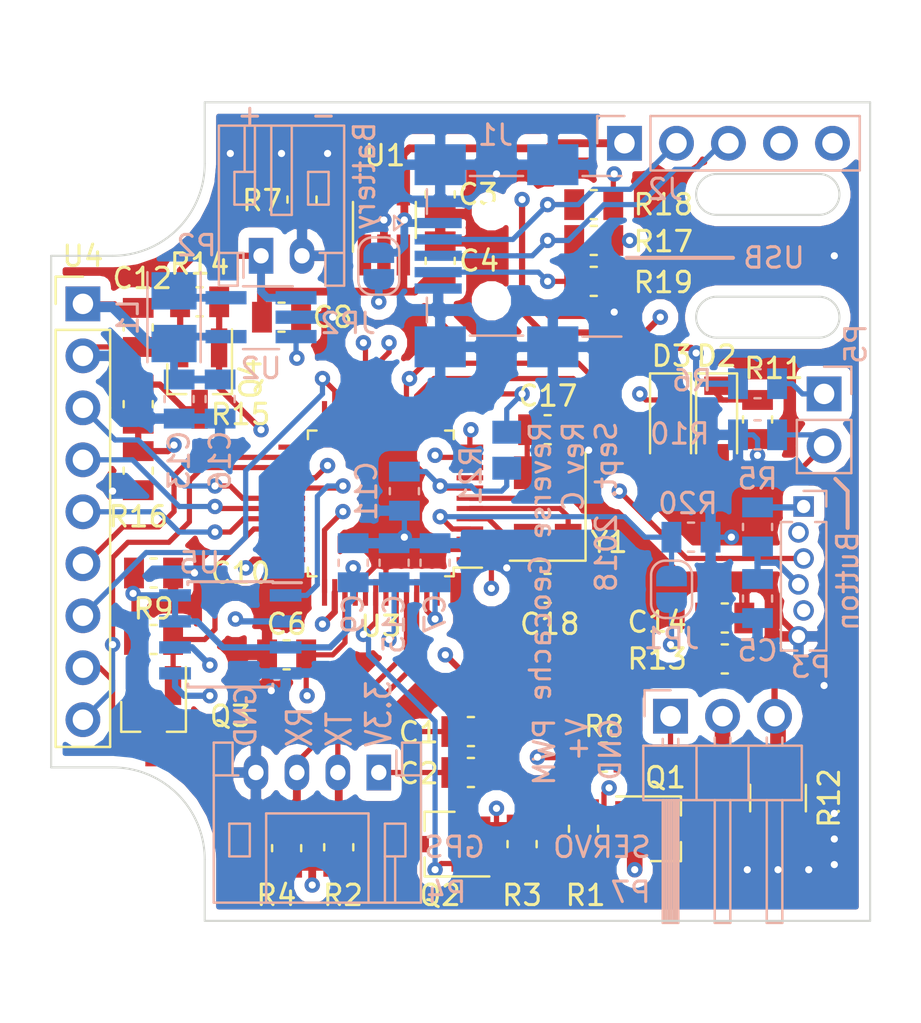
<source format=kicad_pcb>
(kicad_pcb (version 20171130) (host pcbnew "(6.0.0-rc1-dev-449-g202b35bc9)")
  (title_block (date 2016-03-30) (rev A))
  (layers (0 F.Cu signal) (1 GND signal) (2 PWR signal) (31 B.Cu signal) (34 B.Paste user) (35 F.Paste user) (36 B.SilkS user) (37 F.SilkS user) (38 B.Mask user) (39 F.Mask user) (44 Edge.Cuts user))
  (net 0 "")
  (net 1 +3V3)
  (net 2 GND)
  (net 3 +5V)
  (net 4 +BATT)
  (net 5 /EN)
  (net 6 /SW_RESET)
  (net 7 "Net-(P5-Pad1)")
  (net 8 "Net-(P7-Pad2)")
  (net 9 /SERVO_EN)
  (net 10 /GPS_RX)
  (net 11 "Net-(R7-Pad1)")
  (net 12 /LCD_CS)
  (net 13 /LCD_RESET)
  (net 14 /LCD_DC)
  (net 15 /SPI_MOSI)
  (net 16 /SPI_SCK)
  (net 17 /SPI_MISO)
  (net 18 /GPS_TX)
  (net 19 "Net-(Q3-Pad3)")
  (net 20 /V_BATT)
  (net 21 /BUTTON)
  (net 22 /LDC_BL)
  (net 23 /SERVO_PWM)
  (net 24 /GPS_PWR)
  (net 25 "Net-(P7-Pad3)")
  (net 26 /I_SERVO)
  (net 27 "Net-(J1-Pad4)")
  (net 28 "Net-(J1-Pad2)")
  (net 29 /USB_D-)
  (net 30 /USB_D+)
  (net 31 "Net-(J1-Pad3)")
  (net 32 "Net-(Q4-Pad3)")
  (net 33 /VMEAS_CTRL)
  (net 34 "Net-(L1-Pad2)")
  (net 35 "Net-(C1-Pad1)")
  (net 36 /CS_EEPROM)
  (net 37 /SWDIO)
  (net 38 /SWCLK)
  (net 39 /SW_ENABLE)
  (net 40 "Net-(JP1-Pad2)")
  (net 41 /OSC2)
  (net 42 /OSC1)
  (net 43 "Net-(R21-Pad2)")
  (module Connector_PinHeader_2.54mm:PinHeader_1x09_P2.54mm_Vertical (layer F.Cu) (at 179.05 69.85)
    (fp_text reference U4 (at 0 -2.33) (layer F.SilkS))
    (fp_text value CR2013-MI2120)
    (pad 9 thru_hole oval (at 0 20.32) (size 1.7 1.7) (drill 1) (layers *.Cu *.Mask) (net 17 /SPI_MISO))
    (pad 8 thru_hole oval (at 0 17.78) (size 1.7 1.7) (drill 1) (layers *.Cu *.Mask) (net 19 "Net-(Q3-Pad3)"))
    (pad 7 thru_hole oval (at 0 15.24) (size 1.7 1.7) (drill 1) (layers *.Cu *.Mask) (net 16 /SPI_SCK))
    (pad 6 thru_hole oval (at 0 12.7) (size 1.7 1.7) (drill 1) (layers *.Cu *.Mask) (net 15 /SPI_MOSI))
    (pad 5 thru_hole oval (at 0 10.16) (size 1.7 1.7) (drill 1) (layers *.Cu *.Mask) (net 14 /LCD_DC))
    (pad 4 thru_hole oval (at 0 7.62) (size 1.7 1.7) (drill 1) (layers *.Cu *.Mask) (net 13 /LCD_RESET))
    (pad 3 thru_hole oval (at 0 5.08) (size 1.7 1.7) (drill 1) (layers *.Cu *.Mask) (net 12 /LCD_CS))
    (pad 2 thru_hole oval (at 0 2.54) (size 1.7 1.7) (drill 1) (layers *.Cu *.Mask) (net 2 GND))
    (pad 1 thru_hole rect (at 0 0) (size 1.7 1.7) (drill 1) (layers *.Cu *.Mask) (net 1 +3V3))
  )
  (module Package_QFP:LQFP-48_7x7mm_P0.5mm (layer F.Cu) (at 193.6 79.6 180)
    (fp_text reference U3 (at 0 -6 180) (layer F.SilkS))
    (fp_text value LPC11U68JBD48E)
    (pad 48 smd rect (at -2.75 -4.35 270) (size 1.3 0.25) (layers F.Cu F.Paste F.Mask))
    (pad 47 smd rect (at -2.25 -4.35 270) (size 1.3 0.25) (layers F.Cu F.Paste F.Mask) (net 1 +3V3))
    (pad 46 smd rect (at -1.75 -4.35 270) (size 1.3 0.25) (layers F.Cu F.Paste F.Mask) (net 18 /GPS_TX))
    (pad 45 smd rect (at -1.25 -4.35 270) (size 1.3 0.25) (layers F.Cu F.Paste F.Mask) (net 10 /GPS_RX))
    (pad 44 smd rect (at -0.75 -4.35 270) (size 1.3 0.25) (layers F.Cu F.Paste F.Mask) (net 1 +3V3))
    (pad 43 smd rect (at -0.25 -4.35 270) (size 1.3 0.25) (layers F.Cu F.Paste F.Mask) (net 2 GND))
    (pad 42 smd rect (at 0.25 -4.35 270) (size 1.3 0.25) (layers F.Cu F.Paste F.Mask) (net 24 /GPS_PWR))
    (pad 41 smd rect (at 0.75 -4.35 270) (size 1.3 0.25) (layers F.Cu F.Paste F.Mask) (net 2 GND))
    (pad 40 smd rect (at 1.25 -4.35 270) (size 1.3 0.25) (layers F.Cu F.Paste F.Mask) (net 1 +3V3))
    (pad 39 smd rect (at 1.75 -4.35 270) (size 1.3 0.25) (layers F.Cu F.Paste F.Mask) (net 20 /V_BATT))
    (pad 38 smd rect (at 2.25 -4.35 270) (size 1.3 0.25) (layers F.Cu F.Paste F.Mask) (net 26 /I_SERVO))
    (pad 37 smd rect (at 2.75 -4.35 270) (size 1.3 0.25) (layers F.Cu F.Paste F.Mask) (net 37 /SWDIO))
    (pad 36 smd rect (at 4.35 -2.75 180) (size 1.3 0.25) (layers F.Cu F.Paste F.Mask) (net 33 /VMEAS_CTRL))
    (pad 35 smd rect (at 4.35 -2.25 180) (size 1.3 0.25) (layers F.Cu F.Paste F.Mask))
    (pad 34 smd rect (at 4.35 -1.75 180) (size 1.3 0.25) (layers F.Cu F.Paste F.Mask))
    (pad 33 smd rect (at 4.35 -1.25 180) (size 1.3 0.25) (layers F.Cu F.Paste F.Mask) (net 22 /LDC_BL))
    (pad 32 smd rect (at 4.35 -0.75 180) (size 1.3 0.25) (layers F.Cu F.Paste F.Mask))
    (pad 31 smd rect (at 4.35 -0.25 180) (size 1.3 0.25) (layers F.Cu F.Paste F.Mask))
    (pad 30 smd rect (at 4.35 0.25 180) (size 1.3 0.25) (layers F.Cu F.Paste F.Mask))
    (pad 29 smd rect (at 4.35 0.75 180) (size 1.3 0.25) (layers F.Cu F.Paste F.Mask) (net 36 /CS_EEPROM))
    (pad 28 smd rect (at 4.35 1.25 180) (size 1.3 0.25) (layers F.Cu F.Paste F.Mask) (net 38 /SWCLK))
    (pad 27 smd rect (at 4.35 1.75 180) (size 1.3 0.25) (layers F.Cu F.Paste F.Mask) (net 17 /SPI_MISO))
    (pad 26 smd rect (at 4.35 2.25 180) (size 1.3 0.25) (layers F.Cu F.Paste F.Mask) (net 15 /SPI_MOSI))
    (pad 25 smd rect (at 4.35 2.75 180) (size 1.3 0.25) (layers F.Cu F.Paste F.Mask))
    (pad 24 smd rect (at 2.75 4.35 270) (size 1.3 0.25) (layers F.Cu F.Paste F.Mask))
    (pad 23 smd rect (at 2.25 4.35 270) (size 1.3 0.25) (layers F.Cu F.Paste F.Mask) (net 16 /SPI_SCK))
    (pad 22 smd rect (at 1.75 4.35 270) (size 1.3 0.25) (layers F.Cu F.Paste F.Mask))
    (pad 21 smd rect (at 1.25 4.35 270) (size 1.3 0.25) (layers F.Cu F.Paste F.Mask))
    (pad 20 smd rect (at 0.75 4.35 270) (size 1.3 0.25) (layers F.Cu F.Paste F.Mask) (net 30 /USB_D+))
    (pad 19 smd rect (at 0.25 4.35 270) (size 1.3 0.25) (layers F.Cu F.Paste F.Mask) (net 29 /USB_D-))
    (pad 18 smd rect (at -0.25 4.35 270) (size 1.3 0.25) (layers F.Cu F.Paste F.Mask))
    (pad 17 smd rect (at -0.75 4.35 270) (size 1.3 0.25) (layers F.Cu F.Paste F.Mask))
    (pad 16 smd rect (at -1.25 4.35 270) (size 1.3 0.25) (layers F.Cu F.Paste F.Mask) (net 39 /SW_ENABLE))
    (pad 15 smd rect (at -1.75 4.35 270) (size 1.3 0.25) (layers F.Cu F.Paste F.Mask) (net 21 /BUTTON))
    (pad 14 smd rect (at -2.25 4.35 270) (size 1.3 0.25) (layers F.Cu F.Paste F.Mask) (net 43 "Net-(R21-Pad2)"))
    (pad 13 smd rect (at -2.75 4.35 270) (size 1.3 0.25) (layers F.Cu F.Paste F.Mask))
    (pad 12 smd rect (at -4.35 2.75 180) (size 1.3 0.25) (layers F.Cu F.Paste F.Mask) (net 23 /SERVO_PWM))
    (pad 11 smd rect (at -4.35 2.25 180) (size 1.3 0.25) (layers F.Cu F.Paste F.Mask) (net 9 /SERVO_EN))
    (pad 10 smd rect (at -4.35 1.75 180) (size 1.3 0.25) (layers F.Cu F.Paste F.Mask))
    (pad 9 smd rect (at -4.35 1.25 180) (size 1.3 0.25) (layers F.Cu F.Paste F.Mask))
    (pad 8 smd rect (at -4.35 0.75 180) (size 1.3 0.25) (layers F.Cu F.Paste F.Mask) (net 1 +3V3))
    (pad 7 smd rect (at -4.35 0.25 180) (size 1.3 0.25) (layers F.Cu F.Paste F.Mask) (net 41 /OSC2))
    (pad 6 smd rect (at -4.35 -0.25 180) (size 1.3 0.25) (layers F.Cu F.Paste F.Mask) (net 42 /OSC1))
    (pad 5 smd rect (at -4.35 -0.75 180) (size 1.3 0.25) (layers F.Cu F.Paste F.Mask) (net 2 GND))
    (pad 4 smd rect (at -4.35 -1.25 180) (size 1.3 0.25) (layers F.Cu F.Paste F.Mask) (net 40 "Net-(JP1-Pad2)"))
    (pad 3 smd rect (at -4.35 -1.75 180) (size 1.3 0.25) (layers F.Cu F.Paste F.Mask) (net 6 /SW_RESET))
    (pad 2 smd rect (at -4.35 -2.25 180) (size 1.3 0.25) (layers F.Cu F.Paste F.Mask) (net 2 GND))
    (pad 1 smd rect (at -4.35 -2.75 180) (size 1.3 0.25) (layers F.Cu F.Paste F.Mask))
  )
  (module Resistor_SMD:R_0805_2012Metric (layer B.Cu) (at 199.75 77 90)
    (fp_text reference R21 (at -1.25 -1.75 90) (layer B.SilkS) (effects (justify mirror)))
    (fp_text value 10K)
    (pad 2 smd rect (at 0.88 0 90) (size 1.12 1.4) (layers B.Cu B.Paste B.Mask) (net 43 "Net-(R21-Pad2)"))
    (pad 1 smd rect (at -0.88 0 90) (size 1.12 1.4) (layers B.Cu B.Paste B.Mask) (net 1 +3V3))
  )
  (module Resistor_SMD:R_0805_2012Metric (layer B.Cu) (at 208.75 81.25)
    (fp_text reference R20 (at -0.15 -1.65) (layer B.SilkS) (effects (justify mirror)))
    (fp_text value 10K)
    (pad 1 smd rect (at -0.955 0) (size 0.97 1.5) (layers B.Cu B.Paste B.Mask) (net 40 "Net-(JP1-Pad2)"))
    (pad 2 smd rect (at 0.955 0) (size 0.97 1.5) (layers B.Cu B.Paste B.Mask) (net 2 GND))
  )
  (module Jumper:SolderJumper-2_P1.3mm_Open_RoundedPad1.0x1.5mm (layer B.Cu) (at 207.8 83.8 90)
    (fp_text reference JP1 (at -2.4 0 180) (layer B.SilkS) (effects (justify mirror)))
    (fp_text value Boot)
    (pad 2 smd roundrect (at 0.65 0 90) (size 1 1.5) (layers B.Cu B.Mask) (roundrect_rratio 0.5) (net 40 "Net-(JP1-Pad2)"))
    (pad 1 smd roundrect (at -0.65 0 90) (size 1 1.5) (layers B.Cu B.Mask) (roundrect_rratio 0.5) (net 1 +3V3))
    (pad 1 smd rect (at -0.4 0 90) (size 0.5 1.5) (layers B.Cu B.Mask) (net 1 +3V3))
    (pad 2 smd rect (at 0.4 0 90) (size 0.5 1.5) (layers B.Cu B.Mask) (net 40 "Net-(JP1-Pad2)"))
  )
  (module Connector_PinHeader_2.54mm:PinHeader_1x05_P2.54mm_Vertical (layer B.Cu) (at 205.5 62 270)
    (fp_text reference J2 (at 2.25 -2) (layer B.SilkS) (effects (justify mirror)))
    (fp_text value USB_ALT)
    (pad 1 thru_hole rect (at 0 0 270) (size 1.7 1.7) (drill 1) (layers *.Cu *.Mask) (net 3 +5V))
    (pad 2 thru_hole oval (at 0 -2.54 270) (size 1.7 1.7) (drill 1) (layers *.Cu *.Mask) (net 28 "Net-(J1-Pad2)"))
    (pad 3 thru_hole oval (at 0 -5.08 270) (size 1.7 1.7) (drill 1) (layers *.Cu *.Mask) (net 31 "Net-(J1-Pad3)"))
    (pad 4 thru_hole oval (at 0 -7.62 270) (size 1.7 1.7) (drill 1) (layers *.Cu *.Mask) (net 27 "Net-(J1-Pad4)"))
    (pad 5 thru_hole oval (at 0 -10.16 270) (size 1.7 1.7) (drill 1) (layers *.Cu *.Mask) (net 2 GND))
  )
  (module Capacitor_SMD:C_0805_2012Metric (layer F.Cu) (at 201.75 83.75 180)
    (fp_text reference C18 (at -0.1 -1.75 180) (layer F.SilkS))
    (fp_text value 18pF)
    (pad 2 smd rect (at 0.955 0 180) (size 0.97 1.5) (layers F.Cu F.Paste F.Mask) (net 2 GND))
    (pad 1 smd rect (at -0.955 0 180) (size 0.97 1.5) (layers F.Cu F.Paste F.Mask) (net 42 /OSC1))
  )
  (module Capacitor_SMD:C_0805_2012Metric (layer F.Cu) (at 201.75 76)
    (fp_text reference C17 (at 0 -1.65 180) (layer F.SilkS))
    (fp_text value 18pF)
    (pad 1 smd rect (at -0.955 0) (size 0.97 1.5) (layers F.Cu F.Paste F.Mask) (net 41 /OSC2))
    (pad 2 smd rect (at 0.955 0) (size 0.97 1.5) (layers F.Cu F.Paste F.Mask) (net 2 GND))
  )
  (module Crystal:Crystal_SMD_5032-4Pin_5.0x3.2mm (layer F.Cu) (at 201.75 79.75 90)
    (fp_text reference Y1 (at -1.75 3 180) (layer F.SilkS))
    (fp_text value 8MHz)
    (pad 1 smd rect (at -1.65 1 90) (size 1.6 1.3) (layers F.Cu F.Paste F.Mask) (net 42 /OSC1))
    (pad 2 smd rect (at 1.65 1 90) (size 1.6 1.3) (layers F.Cu F.Paste F.Mask) (net 2 GND))
    (pad 3 smd rect (at 1.65 -1 90) (size 1.6 1.3) (layers F.Cu F.Paste F.Mask) (net 41 /OSC2))
    (pad 4 smd rect (at -1.65 -1 90) (size 1.6 1.3) (layers F.Cu F.Paste F.Mask) (net 2 GND))
  )
  (module Jumper:SolderJumper-2_P1.3mm_Open_RoundedPad1.0x1.5mm (layer B.Cu) (at 193.5 68 270)
    (fp_text reference JP2 (at 2.8 1.5) (layer B.SilkS) (effects (justify mirror)))
    (fp_text value 5V)
    (pad 2 smd roundrect (at 0.65 0 270) (size 1 1.5) (layers B.Cu B.Mask) (roundrect_rratio 0.5) (net 4 +BATT))
    (pad 1 smd roundrect (at -0.65 0 270) (size 1 1.5) (layers B.Cu B.Mask) (roundrect_rratio 0.5) (net 3 +5V))
    (pad 1 smd rect (at -0.4 0 270) (size 0.5 1.5) (layers B.Cu B.Mask) (net 3 +5V))
    (pad 2 smd rect (at 0.4 0 270) (size 0.5 1.5) (layers B.Cu B.Mask) (net 4 +BATT))
  )
  (module Resistor_SMD:R_1210_3225Metric (layer F.Cu) (at 213 94 270)
    (fp_text reference R12 (at 0 -2.5 90) (layer F.SilkS))
    (fp_text value 0R1)
    (pad 1 smd rect (at -1.505 0 270) (size 1.07 2.7) (layers F.Cu F.Paste F.Mask) (net 25 "Net-(P7-Pad3)"))
    (pad 2 smd rect (at 1.505 0 270) (size 1.07 2.7) (layers F.Cu F.Paste F.Mask) (net 2 GND))
  )
  (module Connector_PinHeader_1.27mm:PinHeader_1x06_P1.27mm_Vertical (layer B.Cu) (at 214.25 79.75 180)
    (fp_text reference P3 (at -0.35 -7.85 180) (layer B.SilkS) (effects (justify mirror)))
    (fp_text value SWD)
    (pad 1 thru_hole rect (at 0 0 180) (size 1 1) (drill 0.65) (layers *.Cu *.Mask) (net 1 +3V3))
    (pad 2 thru_hole oval (at 0.25 -1.27 180) (size 1 1) (drill 0.65) (layers *.Cu *.Mask) (net 37 /SWDIO))
    (pad 3 thru_hole oval (at 0 -2.54 180) (size 1 1) (drill 0.65) (layers *.Cu *.Mask) (net 38 /SWCLK))
    (pad 4 thru_hole oval (at 0.25 -3.81 180) (size 1 1) (drill 0.65) (layers *.Cu *.Mask) (net 6 /SW_RESET))
    (pad 5 thru_hole oval (at 0 -5.08 180) (size 1 1) (drill 0.65) (layers *.Cu *.Mask))
    (pad 6 thru_hole oval (at 0.25 -6.35 180) (size 1 1) (drill 0.65) (layers *.Cu *.Mask) (net 2 GND))
  )
  (module Capacitor_SMD:C_0805_2012Metric (layer B.Cu) (at 185.75 74.5 270)
    (fp_text reference C16 (at 3 0 270) (layer B.SilkS) (effects (justify mirror)))
    (fp_text value 0.1uF)
    (pad 1 smd rect (at -0.955 0 270) (size 0.97 1.5) (layers B.Cu B.Paste B.Mask) (net 1 +3V3))
    (pad 2 smd rect (at 0.955 0 270) (size 0.97 1.5) (layers B.Cu B.Paste B.Mask) (net 2 GND))
  )
  (module Capacitor_SMD:C_0805_2012Metric (layer B.Cu) (at 194.25 82.5 90)
    (fp_text reference C15 (at -3 0 90) (layer B.SilkS) (effects (justify mirror)))
    (fp_text value 0.1uF)
    (pad 1 smd rect (at -0.955 0 90) (size 0.97 1.5) (layers B.Cu B.Paste B.Mask) (net 1 +3V3))
    (pad 2 smd rect (at 0.955 0 90) (size 0.97 1.5) (layers B.Cu B.Paste B.Mask) (net 2 GND))
  )
  (module Capacitor_SMD:C_0805_2012Metric (layer F.Cu) (at 210.4 85.2)
    (fp_text reference C14 (at -3.3 0.2) (layer F.SilkS))
    (fp_text value 10uF)
    (pad 2 smd rect (at 0.955 0) (size 0.97 1.5) (layers F.Cu F.Paste F.Mask) (net 2 GND))
    (pad 1 smd rect (at -0.955 0) (size 0.97 1.5) (layers F.Cu F.Paste F.Mask) (net 26 /I_SERVO))
  )
  (module Capacitor_SMD:C_0805_2012Metric (layer B.Cu) (at 183.75 74.5 270)
    (fp_text reference C13 (at 3 0 270) (layer B.SilkS) (effects (justify mirror)))
    (fp_text value 10uF)
    (pad 2 smd rect (at 0.955 0 270) (size 0.97 1.5) (layers B.Cu B.Paste B.Mask) (net 2 GND))
    (pad 1 smd rect (at -0.955 0 270) (size 0.97 1.5) (layers B.Cu B.Paste B.Mask) (net 1 +3V3))
  )
  (module Capacitor_SMD:C_0805_2012Metric (layer F.Cu) (at 181.75 71 270)
    (fp_text reference C12 (at -2.4 -0.2) (layer F.SilkS))
    (fp_text value 10uF)
    (pad 2 smd rect (at 0.955 0 270) (size 0.97 1.5) (layers F.Cu F.Paste F.Mask) (net 2 GND))
    (pad 1 smd rect (at -0.955 0 270) (size 0.97 1.5) (layers F.Cu F.Paste F.Mask) (net 1 +3V3))
  )
  (module Capacitor_SMD:C_0805_2012Metric (layer B.Cu) (at 194.75 79 270)
    (fp_text reference C11 (at 0 1.85 270) (layer B.SilkS) (effects (justify mirror)))
    (fp_text value 0.1uF)
    (pad 1 smd rect (at -0.955 0 270) (size 0.97 1.5) (layers B.Cu B.Paste B.Mask) (net 1 +3V3))
    (pad 2 smd rect (at 0.955 0 270) (size 0.97 1.5) (layers B.Cu B.Paste B.Mask) (net 2 GND))
  )
  (module Capacitor_SMD:C_0805_2012Metric (layer F.Cu) (at 182.5 83 180)
    (fp_text reference C10 (at -4.25 0 180) (layer F.SilkS))
    (fp_text value 0.1uF)
    (pad 1 smd rect (at -0.955 0 180) (size 0.97 1.5) (layers F.Cu F.Paste F.Mask) (net 2 GND))
    (pad 2 smd rect (at 0.955 0 180) (size 0.97 1.5) (layers F.Cu F.Paste F.Mask) (net 1 +3V3))
  )
  (module Capacitor_SMD:C_0805_2012Metric (layer B.Cu) (at 192.25 82.5 90)
    (fp_text reference C9 (at -2.5 0 90) (layer B.SilkS) (effects (justify mirror)))
    (fp_text value 0.1uF)
    (pad 1 smd rect (at -0.955 0 90) (size 0.97 1.5) (layers B.Cu B.Paste B.Mask) (net 1 +3V3))
    (pad 2 smd rect (at 0.955 0 90) (size 0.97 1.5) (layers B.Cu B.Paste B.Mask) (net 2 GND))
  )
  (module Capacitor_SMD:C_0805_2012Metric (layer F.Cu) (at 188.75 70.5)
    (fp_text reference C8 (at 2.5 0) (layer F.SilkS))
    (fp_text value 0.1uF)
    (pad 2 smd rect (at 0.955 0) (size 0.97 1.5) (layers F.Cu F.Paste F.Mask) (net 2 GND))
    (pad 1 smd rect (at -0.955 0) (size 0.97 1.5) (layers F.Cu F.Paste F.Mask) (net 4 +BATT))
  )
  (module Capacitor_SMD:C_0805_2012Metric (layer B.Cu) (at 196.25 82.5 90)
    (fp_text reference C7 (at -2.5 0 90) (layer B.SilkS) (effects (justify mirror)))
    (fp_text value 0.1uF)
    (pad 1 smd rect (at -0.955 0 90) (size 0.97 1.5) (layers B.Cu B.Paste B.Mask) (net 1 +3V3))
    (pad 2 smd rect (at 0.955 0 90) (size 0.97 1.5) (layers B.Cu B.Paste B.Mask) (net 2 GND))
  )
  (module Capacitor_SMD:C_0805_2012Metric (layer F.Cu) (at 189 87 180)
    (fp_text reference C6 (at 0 1.5 180) (layer F.SilkS))
    (fp_text value 10uF)
    (pad 2 smd rect (at 0.955 0 180) (size 0.97 1.5) (layers F.Cu F.Paste F.Mask) (net 2 GND))
    (pad 1 smd rect (at -0.955 0 180) (size 0.97 1.5) (layers F.Cu F.Paste F.Mask) (net 20 /V_BATT))
  )
  (module Capacitor_SMD:C_0805_2012Metric (layer B.Cu) (at 212 84.25 270)
    (fp_text reference C5 (at 2.55 0) (layer B.SilkS) (effects (justify mirror)))
    (fp_text value 0.1uF)
    (pad 1 smd rect (at -0.955 0 270) (size 0.97 1.5) (layers B.Cu B.Paste B.Mask) (net 6 /SW_RESET))
    (pad 2 smd rect (at 0.955 0 270) (size 0.97 1.5) (layers B.Cu B.Paste B.Mask) (net 2 GND))
  )
  (module Capacitor_SMD:C_0805_2012Metric (layer F.Cu) (at 196.5 67.75 90)
    (fp_text reference C4 (at 0 1.9 180) (layer F.SilkS))
    (fp_text value 4.7uF)
    (pad 2 smd rect (at 0.955 0 90) (size 0.97 1.5) (layers F.Cu F.Paste F.Mask) (net 2 GND))
    (pad 1 smd rect (at -0.955 0 90) (size 0.97 1.5) (layers F.Cu F.Paste F.Mask) (net 4 +BATT))
  )
  (module Capacitor_SMD:C_0805_2012Metric (layer F.Cu) (at 196.5 64.5 270)
    (fp_text reference C3 (at 0 -1.85) (layer F.SilkS))
    (fp_text value 4.7uF)
    (pad 1 smd rect (at -0.955 0 270) (size 0.97 1.5) (layers F.Cu F.Paste F.Mask) (net 3 +5V))
    (pad 2 smd rect (at 0.955 0 270) (size 0.97 1.5) (layers F.Cu F.Paste F.Mask) (net 2 GND))
  )
  (module Capacitor_SMD:C_0805_2012Metric (layer F.Cu) (at 198 92.75)
    (fp_text reference C2 (at -2.55 0.05) (layer F.SilkS))
    (fp_text value 10uF)
    (pad 2 smd rect (at 0.955 0) (size 0.97 1.5) (layers F.Cu F.Paste F.Mask) (net 2 GND))
    (pad 1 smd rect (at -0.955 0) (size 0.97 1.5) (layers F.Cu F.Paste F.Mask) (net 35 "Net-(C1-Pad1)"))
  )
  (module Capacitor_SMD:C_0805_2012Metric (layer F.Cu) (at 198 90.75)
    (fp_text reference C1 (at -2.55 0.05) (layer F.SilkS))
    (fp_text value 0.1uF)
    (pad 1 smd rect (at -0.955 0) (size 0.97 1.5) (layers F.Cu F.Paste F.Mask) (net 35 "Net-(C1-Pad1)"))
    (pad 2 smd rect (at 0.955 0) (size 0.97 1.5) (layers F.Cu F.Paste F.Mask) (net 2 GND))
  )
  (module Connector_JST:JST_PH_S2B-PH-K_1x02_P2.00mm_Horizontal (layer B.Cu) (at 187.75 67.5)
    (fp_text reference P2 (at -3.15 -0.5) (layer B.SilkS) (effects (justify mirror)))
    (fp_text value Battery)
    (pad 1 thru_hole rect (at 0 0) (size 1.2 1.75) (drill 0.75) (layers *.Cu *.Mask) (net 4 +BATT))
    (pad 2 thru_hole oval (at 2 0) (size 1.2 1.75) (drill 0.75) (layers *.Cu *.Mask) (net 2 GND))
  )
  (module Connector_JST:JST_PH_S4B-PH-K_1x04_P2.00mm_Horizontal (layer B.Cu) (at 193.5 92.75 180)
    (fp_text reference P4 (at -3.3 -5.85 180) (layer B.SilkS) (effects (justify mirror)))
    (fp_text value GPS)
    (pad 1 thru_hole rect (at 0 0 180) (size 1.2 1.75) (drill 0.75) (layers *.Cu *.Mask) (net 35 "Net-(C1-Pad1)"))
    (pad 2 thru_hole oval (at 2 0 180) (size 1.2 1.75) (drill 0.75) (layers *.Cu *.Mask) (net 18 /GPS_TX))
    (pad 3 thru_hole oval (at 4 0 180) (size 1.2 1.75) (drill 0.75) (layers *.Cu *.Mask) (net 10 /GPS_RX))
    (pad 4 thru_hole oval (at 6 0 180) (size 1.2 1.75) (drill 0.75) (layers *.Cu *.Mask) (net 2 GND))
  )
  (module Connector_PinHeader_2.54mm:PinHeader_1x02_P2.54mm_Vertical (layer B.Cu) (at 215.25 74.25 180)
    (fp_text reference P5 (at -1.55 2.45 90) (layer B.SilkS) (effects (justify mirror)))
    (fp_text value Button)
    (pad 1 thru_hole rect (at 0 0 180) (size 1.7 1.7) (drill 1) (layers *.Cu *.Mask) (net 7 "Net-(P5-Pad1)"))
    (pad 2 thru_hole oval (at 0 -2.54 180) (size 1.7 1.7) (drill 1) (layers *.Cu *.Mask) (net 21 /BUTTON))
  )
  (module Connector_PinHeader_2.54mm:PinHeader_1x03_P2.54mm_Horizontal (layer B.Cu) (at 207.75 90 270)
    (fp_text reference P7 (at 8.6 1.95) (layer B.SilkS) (effects (justify mirror)))
    (fp_text value Servo)
    (pad 1 thru_hole rect (at 0 0 270) (size 1.7 1.7) (drill 1) (layers *.Cu *.Mask) (net 23 /SERVO_PWM))
    (pad 2 thru_hole oval (at 0 -2.54 270) (size 1.7 1.7) (drill 1) (layers *.Cu *.Mask) (net 8 "Net-(P7-Pad2)"))
    (pad 3 thru_hole oval (at 0 -5.08 270) (size 1.7 1.7) (drill 1) (layers *.Cu *.Mask) (net 25 "Net-(P7-Pad3)"))
  )
  (module Connector_USB:USB_Mini-B_Lumber_2486_Horizontal (layer B.Cu) (at 199.25 67.5 270)
    (fp_text reference J1 (at -5.9 0.05) (layer B.SilkS) (effects (justify mirror)))
    (fp_text value USB_B_Mini)
    (pad 1 smd rect (at -1.6 2.85 180) (size 2.3 0.5) (layers B.Cu B.Paste B.Mask) (net 3 +5V))
    (pad 2 smd rect (at -0.8 2.85 180) (size 2.3 0.5) (layers B.Cu B.Paste B.Mask) (net 28 "Net-(J1-Pad2)"))
    (pad 3 smd rect (at 0 2.85 180) (size 2.3 0.5) (layers B.Cu B.Paste B.Mask) (net 31 "Net-(J1-Pad3)"))
    (pad 4 smd rect (at 0.8 2.85 180) (size 2.3 0.5) (layers B.Cu B.Paste B.Mask) (net 27 "Net-(J1-Pad4)"))
    (pad 5 smd rect (at 1.6 2.85 180) (size 2.3 0.5) (layers B.Cu B.Paste B.Mask) (net 2 GND))
    (pad 6 smd rect (at -4.45 2.75 180) (size 2.5 2) (layers B.Cu B.Paste B.Mask) (net 2 GND))
    (pad 6 smd rect (at -4.45 -2.75 180) (size 2.5 2) (layers B.Cu B.Paste B.Mask) (net 2 GND))
    (pad 6 smd rect (at 4.45 2.75 180) (size 2.5 2) (layers B.Cu B.Paste B.Mask) (net 2 GND))
    (pad 6 smd rect (at 4.45 -2.75 180) (size 2.5 2) (layers B.Cu B.Paste B.Mask) (net 2 GND))
    (pad "" np_thru_hole circle (at -2.2 0.25 180) (size 0.9 0.9) (drill 0.9) (layers *.Cu *.Mask))
    (pad "" np_thru_hole circle (at 2.2 0.25 180) (size 0.9 0.9) (drill 0.9) (layers *.Cu *.Mask))
  )
  (module Diode_SMD:D_SOD-123 (layer F.Cu) (at 207.75 75.5 270)
    (fp_text reference D3 (at -3.1 -0.05) (layer F.SilkS))
    (fp_text value D)
    (pad 2 smd rect (at 1.65 0 270) (size 0.9 1.2) (layers F.Cu F.Paste F.Mask) (net 39 /SW_ENABLE))
    (pad 1 smd rect (at -1.65 0 270) (size 0.9 1.2) (layers F.Cu F.Paste F.Mask) (net 5 /EN))
  )
  (module Diode_SMD:D_SOD-123 (layer F.Cu) (at 210 75.5 270)
    (fp_text reference D2 (at -3.1 0) (layer F.SilkS))
    (fp_text value D)
    (pad 1 smd rect (at -1.65 0 270) (size 0.9 1.2) (layers F.Cu F.Paste F.Mask) (net 5 /EN))
    (pad 2 smd rect (at 1.65 0 270) (size 0.9 1.2) (layers F.Cu F.Paste F.Mask) (net 21 /BUTTON))
  )
  (module Inductor_SMD:L_Taiyo-Yuden_NR-24xx_HandSoldering (layer B.Cu) (at 183.5 70.5 90)
    (fp_text reference L1 (at 0 -2.25 270) (layer B.SilkS) (effects (justify mirror)))
    (fp_text value 10uH)
    (pad 2 smd rect (at 1.2875 0 90) (size 1.825 2.2) (layers B.Cu B.Paste B.Mask) (net 34 "Net-(L1-Pad2)"))
    (pad 1 smd rect (at -1.2875 0 90) (size 1.825 2.2) (layers B.Cu B.Paste B.Mask) (net 1 +3V3))
  )
  (module Package_SO:SOIC-8_3.9x4.9mm_P1.27mm (layer B.Cu) (at 186.25 86 180)
    (fp_text reference U5 (at 1.5 3.5 180) (layer B.SilkS) (effects (justify mirror)))
    (fp_text value 25LC640A-I/SN)
    (pad 8 smd rect (at 2.7 1.905 180) (size 1.55 0.6) (layers B.Cu B.Paste B.Mask) (net 1 +3V3))
    (pad 7 smd rect (at 2.7 0.635 180) (size 1.55 0.6) (layers B.Cu B.Paste B.Mask) (net 1 +3V3))
    (pad 6 smd rect (at 2.7 -0.635 180) (size 1.55 0.6) (layers B.Cu B.Paste B.Mask) (net 16 /SPI_SCK))
    (pad 5 smd rect (at 2.7 -1.905 180) (size 1.55 0.6) (layers B.Cu B.Paste B.Mask) (net 15 /SPI_MOSI))
    (pad 4 smd rect (at -2.7 -1.905 180) (size 1.55 0.6) (layers B.Cu B.Paste B.Mask) (net 2 GND))
    (pad 3 smd rect (at -2.7 -0.635 180) (size 1.55 0.6) (layers B.Cu B.Paste B.Mask) (net 1 +3V3))
    (pad 2 smd rect (at -2.7 0.635 180) (size 1.55 0.6) (layers B.Cu B.Paste B.Mask) (net 17 /SPI_MISO))
    (pad 1 smd rect (at -2.7 1.905 180) (size 1.55 0.6) (layers B.Cu B.Paste B.Mask) (net 36 /CS_EEPROM))
  )
  (module Package_TO_SOT_SMD:SOT-23_Handsoldering (layer F.Cu) (at 207.5 95.5)
    (fp_text reference Q1 (at 0 -2.5) (layer F.SilkS))
    (fp_text value DMP3099L)
    (pad 3 smd rect (at 1.5 0) (size 1.9 0.8) (layers F.Cu F.Paste F.Mask) (net 8 "Net-(P7-Pad2)"))
    (pad 2 smd rect (at -1.5 0.95) (size 1.9 0.8) (layers F.Cu F.Paste F.Mask) (net 4 +BATT))
    (pad 1 smd rect (at -1.5 -0.95) (size 1.9 0.8) (layers F.Cu F.Paste F.Mask) (net 9 /SERVO_EN))
  )
  (module Package_TO_SOT_SMD:SOT-23_Handsoldering (layer F.Cu) (at 196.5 96.25 180)
    (fp_text reference Q2 (at 0 -2.5 180) (layer F.SilkS))
    (fp_text value DMP3099L)
    (pad 1 smd rect (at -1.5 -0.95 180) (size 1.9 0.8) (layers F.Cu F.Paste F.Mask) (net 24 /GPS_PWR))
    (pad 2 smd rect (at -1.5 0.95 180) (size 1.9 0.8) (layers F.Cu F.Paste F.Mask) (net 1 +3V3))
    (pad 3 smd rect (at 1.5 0 180) (size 1.9 0.8) (layers F.Cu F.Paste F.Mask) (net 35 "Net-(C1-Pad1)"))
  )
  (module Package_TO_SOT_SMD:SOT-23_Handsoldering (layer F.Cu) (at 182.5 90 270)
    (fp_text reference Q3 (at 0 -3.75) (layer F.SilkS))
    (fp_text value DMP3099L)
    (pad 3 smd rect (at 1.5 0 270) (size 1.9 0.8) (layers F.Cu F.Paste F.Mask))
    (pad 2 smd rect (at -1.5 0.95 270) (size 1.9 0.8) (layers F.Cu F.Paste F.Mask) (net 1 +3V3))
    (pad 1 smd rect (at -1.5 -0.95 270) (size 1.9 0.8) (layers F.Cu F.Paste F.Mask) (net 22 /LDC_BL))
  )
  (module Package_TO_SOT_SMD:SOT-23_Handsoldering (layer F.Cu) (at 184.75 73.5 270)
    (fp_text reference Q4 (at 0 -2.5 270) (layer F.SilkS))
    (fp_text value DMP3099L)
    (pad 3 smd rect (at 1.5 0 270) (size 1.9 0.8) (layers F.Cu F.Paste F.Mask) (net 32 "Net-(Q4-Pad3)"))
    (pad 2 smd rect (at -1.5 0.95 270) (size 1.9 0.8) (layers F.Cu F.Paste F.Mask) (net 4 +BATT))
    (pad 1 smd rect (at -1.5 -0.95 270) (size 1.9 0.8) (layers F.Cu F.Paste F.Mask) (net 33 /VMEAS_CTRL))
  )
  (module Package_TO_SOT_SMD:TSOT-23-5_HandSoldering (layer F.Cu) (at 193.75 65.75 90)
    (fp_text reference U1 (at 3.15 0.05 180) (layer F.SilkS))
    (fp_text value MCP73831-2-OT)
    (pad 5 smd rect (at 1.71 -0.95 90) (size 2 0.65) (layers F.Cu F.Paste F.Mask) (net 11 "Net-(R7-Pad1)"))
    (pad 4 smd rect (at 1.71 0.95 90) (size 2 0.65) (layers F.Cu F.Paste F.Mask) (net 3 +5V))
    (pad 3 smd rect (at -1.71 0.95 90) (size 2 0.65) (layers F.Cu F.Paste F.Mask) (net 4 +BATT))
    (pad 2 smd rect (at -1.71 0 90) (size 2 0.65) (layers F.Cu F.Paste F.Mask) (net 2 GND))
    (pad 1 smd rect (at -1.71 -0.95 90) (size 2 0.65) (layers F.Cu F.Paste F.Mask))
  )
  (module Package_TO_SOT_SMD:TSOT-23-5_HandSoldering (layer B.Cu) (at 187.75 70.5 180)
    (fp_text reference U2 (at 0 -2.5) (layer B.SilkS) (effects (justify mirror)))
    (fp_text value LM3670MF)
    (pad 5 smd rect (at 1.71 0.95 180) (size 2 0.65) (layers B.Cu B.Paste B.Mask) (net 34 "Net-(L1-Pad2)"))
    (pad 4 smd rect (at 1.71 -0.95 180) (size 2 0.65) (layers B.Cu B.Paste B.Mask) (net 1 +3V3))
    (pad 3 smd rect (at -1.71 -0.95 180) (size 2 0.65) (layers B.Cu B.Paste B.Mask) (net 5 /EN))
    (pad 2 smd rect (at -1.71 0 180) (size 2 0.65) (layers B.Cu B.Paste B.Mask) (net 2 GND))
    (pad 1 smd rect (at -1.71 0.95 180) (size 2 0.65) (layers B.Cu B.Paste B.Mask) (net 4 +BATT))
  )
  (module Resistor_SMD:R_0805_2012Metric (layer F.Cu) (at 184.75 69.75)
    (fp_text reference R14 (at 0 -1.85) (layer F.SilkS))
    (fp_text value 4K7)
    (pad 2 smd rect (at 0.955 0) (size 0.97 1.5) (layers F.Cu F.Paste F.Mask) (net 33 /VMEAS_CTRL))
    (pad 1 smd rect (at -0.955 0) (size 0.97 1.5) (layers F.Cu F.Paste F.Mask) (net 4 +BATT))
  )
  (module Resistor_SMD:R_0805_2012Metric (layer F.Cu) (at 181.75 74.75 270)
    (fp_text reference R15 (at 0.5 -5) (layer F.SilkS))
    (fp_text value 4K7)
    (pad 1 smd rect (at -0.955 0 270) (size 0.97 1.5) (layers F.Cu F.Paste F.Mask) (net 32 "Net-(Q4-Pad3)"))
    (pad 2 smd rect (at 0.955 0 270) (size 0.97 1.5) (layers F.Cu F.Paste F.Mask) (net 20 /V_BATT))
  )
  (module Resistor_SMD:R_0805_2012Metric (layer F.Cu) (at 204 66.75 180)
    (fp_text reference R17 (at -3.4 -0.05 180) (layer F.SilkS))
    (fp_text value 0)
    (pad 1 smd rect (at -0.955 0 180) (size 0.97 1.5) (layers F.Cu F.Paste F.Mask) (net 30 /USB_D+))
    (pad 2 smd rect (at 0.955 0 180) (size 0.97 1.5) (layers F.Cu F.Paste F.Mask) (net 31 "Net-(J1-Pad3)"))
  )
  (module Resistor_SMD:R_0805_2012Metric (layer F.Cu) (at 204 65 180)
    (fp_text reference R18 (at -3.4 0 180) (layer F.SilkS))
    (fp_text value 0)
    (pad 2 smd rect (at 0.955 0 180) (size 0.97 1.5) (layers F.Cu F.Paste F.Mask) (net 28 "Net-(J1-Pad2)"))
    (pad 1 smd rect (at -0.955 0 180) (size 0.97 1.5) (layers F.Cu F.Paste F.Mask) (net 29 /USB_D-))
  )
  (module Resistor_SMD:R_0805_2012Metric (layer F.Cu) (at 204 68.75)
    (fp_text reference R19 (at 3.4 0.05) (layer F.SilkS))
    (fp_text value 100K)
    (pad 1 smd rect (at -0.955 0) (size 0.97 1.5) (layers F.Cu F.Paste F.Mask) (net 27 "Net-(J1-Pad4)"))
    (pad 2 smd rect (at 0.955 0) (size 0.97 1.5) (layers F.Cu F.Paste F.Mask) (net 2 GND))
  )
  (module Resistor_SMD:R_0805_2012Metric (layer F.Cu) (at 191.545 96.40261 90)
    (fp_text reference R2 (at -2.34739 0.205 180) (layer F.SilkS))
    (fp_text value 10K)
    (pad 2 smd rect (at 0.955 0 90) (size 0.97 1.5) (layers F.Cu F.Paste F.Mask) (net 18 /GPS_TX))
    (pad 1 smd rect (at -0.955 0 90) (size 0.97 1.5) (layers F.Cu F.Paste F.Mask) (net 1 +3V3))
  )
  (module Resistor_SMD:R_0805_2012Metric (layer F.Cu) (at 210.4 87.2)
    (fp_text reference R13 (at -3.3 0) (layer F.SilkS))
    (fp_text value 4K7)
    (pad 1 smd rect (at -0.955 0) (size 0.97 1.5) (layers F.Cu F.Paste F.Mask) (net 26 /I_SERVO))
    (pad 2 smd rect (at 0.955 0) (size 0.97 1.5) (layers F.Cu F.Paste F.Mask) (net 25 "Net-(P7-Pad3)"))
  )
  (module Resistor_SMD:R_0805_2012Metric (layer F.Cu) (at 203.5 95.5 270)
    (fp_text reference R1 (at 3.25 -0.1) (layer F.SilkS))
    (fp_text value 4K7)
    (pad 1 smd rect (at -0.955 0 270) (size 0.97 1.5) (layers F.Cu F.Paste F.Mask) (net 9 /SERVO_EN))
    (pad 2 smd rect (at 0.955 0 270) (size 0.97 1.5) (layers F.Cu F.Paste F.Mask) (net 4 +BATT))
  )
  (module Resistor_SMD:R_0805_2012Metric (layer F.Cu) (at 189 96.44761 90)
    (fp_text reference R4 (at -2.30239 -0.5 180) (layer F.SilkS))
    (fp_text value 10K)
    (pad 2 smd rect (at 0.955 0 90) (size 0.97 1.5) (layers F.Cu F.Paste F.Mask) (net 10 /GPS_RX))
    (pad 1 smd rect (at -0.955 0 90) (size 0.97 1.5) (layers F.Cu F.Paste F.Mask) (net 1 +3V3))
  )
  (module Resistor_SMD:R_0805_2012Metric (layer F.Cu) (at 200.5 96.25 270)
    (fp_text reference R3 (at 2.5 0) (layer F.SilkS))
    (fp_text value 4K7)
    (pad 1 smd rect (at -0.955 0 270) (size 0.97 1.5) (layers F.Cu F.Paste F.Mask) (net 1 +3V3))
    (pad 2 smd rect (at 0.955 0 270) (size 0.97 1.5) (layers F.Cu F.Paste F.Mask) (net 24 /GPS_PWR))
  )
  (module Resistor_SMD:R_0805_2012Metric (layer F.Cu) (at 212 75.5 270)
    (fp_text reference R11 (at -2.5 -0.8) (layer F.SilkS))
    (fp_text value 4K7)
    (pad 2 smd rect (at 0.955 0 270) (size 0.97 1.5) (layers F.Cu F.Paste F.Mask) (net 2 GND))
    (pad 1 smd rect (at -0.955 0 270) (size 0.97 1.5) (layers F.Cu F.Paste F.Mask) (net 5 /EN))
  )
  (module Resistor_SMD:R_0805_2012Metric (layer B.Cu) (at 212 73.75)
    (fp_text reference R6 (at -3.2 -0.15) (layer B.SilkS) (effects (justify mirror)))
    (fp_text value 4K7)
    (pad 1 smd rect (at -0.955 0) (size 0.97 1.5) (layers B.Cu B.Paste B.Mask) (net 4 +BATT))
    (pad 2 smd rect (at 0.955 0) (size 0.97 1.5) (layers B.Cu B.Paste B.Mask) (net 7 "Net-(P5-Pad1)"))
  )
  (module Resistor_SMD:R_0805_2012Metric (layer F.Cu) (at 189.75 64.75 270)
    (fp_text reference R7 (at 0.05 1.95) (layer F.SilkS))
    (fp_text value 4K7)
    (pad 2 smd rect (at 0.955 0 270) (size 0.97 1.5) (layers F.Cu F.Paste F.Mask) (net 2 GND))
    (pad 1 smd rect (at -0.955 0 270) (size 0.97 1.5) (layers F.Cu F.Paste F.Mask) (net 11 "Net-(R7-Pad1)"))
  )
  (module Resistor_SMD:R_0805_2012Metric (layer F.Cu) (at 204.5 92)
    (fp_text reference R8 (at 0 -1.5) (layer F.SilkS))
    (fp_text value 4K7)
    (pad 1 smd rect (at -0.955 0) (size 0.97 1.5) (layers F.Cu F.Paste F.Mask) (net 1 +3V3))
    (pad 2 smd rect (at 0.955 0) (size 0.97 1.5) (layers F.Cu F.Paste F.Mask) (net 23 /SERVO_PWM))
  )
  (module Resistor_SMD:R_0805_2012Metric (layer F.Cu) (at 182.5 86.25)
    (fp_text reference R9 (at 0 -1.5 -180) (layer F.SilkS))
    (fp_text value 4K7)
    (pad 2 smd rect (at 0.955 0) (size 0.97 1.5) (layers F.Cu F.Paste F.Mask) (net 22 /LDC_BL))
    (pad 1 smd rect (at -0.955 0) (size 0.97 1.5) (layers F.Cu F.Paste F.Mask) (net 1 +3V3))
  )
  (module Resistor_SMD:R_0805_2012Metric (layer B.Cu) (at 212 76.25 180)
    (fp_text reference R10 (at 3.8 0.05 180) (layer B.SilkS) (effects (justify mirror)))
    (fp_text value 10K)
    (pad 1 smd rect (at -0.955 0 180) (size 0.97 1.5) (layers B.Cu B.Paste B.Mask) (net 21 /BUTTON))
    (pad 2 smd rect (at 0.955 0 180) (size 0.97 1.5) (layers B.Cu B.Paste B.Mask) (net 2 GND))
  )
  (module Resistor_SMD:R_0805_2012Metric (layer F.Cu) (at 181.75 78 270)
    (fp_text reference R16 (at 2.25 0) (layer F.SilkS))
    (fp_text value 10K)
    (pad 2 smd rect (at 0.955 0 270) (size 0.97 1.5) (layers F.Cu F.Paste F.Mask) (net 2 GND))
    (pad 1 smd rect (at -0.955 0 270) (size 0.97 1.5) (layers F.Cu F.Paste F.Mask) (net 20 /V_BATT))
  )
  (module Resistor_SMD:R_0805_2012Metric (layer B.Cu) (at 212 80.75 270)
    (fp_text reference R5 (at -2.35 0) (layer B.SilkS) (effects (justify mirror)))
    (fp_text value 4K7)
    (pad 1 smd rect (at -0.955 0 270) (size 0.97 1.5) (layers B.Cu B.Paste B.Mask) (net 1 +3V3))
    (pad 2 smd rect (at 0.955 0 270) (size 0.97 1.5) (layers B.Cu B.Paste B.Mask) (net 6 /SW_RESET))
  )
  (gr_line (start 210.8 67.6) (end 205.6 67.6) (layer B.SilkS) (width 0.2))
  (gr_text USB (at 212.8 67.6) (layer B.SilkS) (effects (font (size 1 1)) (justify mirror)))
  (gr_text Battery (at 192.8 63.6 90) (layer B.SilkS) (effects (font (size 1 1)) (justify mirror)))
  (gr_text - (at 190.8 60.6) (layer B.SilkS) (effects (font (size 1 1)) (justify mirror)))
  (gr_text + (at 187.2 60.6) (layer B.SilkS) (effects (font (size 1 1)) (justify mirror)))
  (gr_text "Reverse Geocache\nRev C\nSept. 2018" (at 203 75.5 90) (layer B.SilkS) (effects (font (size 1 1)) (justify left mirror)))
  (gr_line (start 216.4 79) (end 215.8 78.4) (layer B.SilkS) (width 0.2))
  (gr_line (start 216.4 80.8) (end 216.4 79) (layer B.SilkS) (width 0.2))
  (gr_text Button (at 216.4 83.4 90) (layer B.SilkS) (effects (font (size 1 1)) (justify mirror)))
  (gr_text "PWM\nV+\nGND" (at 203.2 90 90) (layer B.SilkS) (effects (font (size 1 1)) (justify left mirror)))
  (gr_text SERVO (at 204.4 96.4) (layer B.SilkS) (effects (font (size 1 1)) (justify mirror)))
  (gr_text GPS (at 197.2 96.4) (layer B.SilkS) (effects (font (size 1 1)) (justify mirror)))
  (gr_text "GND\n" (at 187 90 90) (layer B.SilkS) (effects (font (size 1 1)) (justify mirror)))
  (gr_text "\nRX\nTX\n3.3V" (at 190.6 91.6 90) (layer B.SilkS) (effects (font (size 1.2 1)) (justify right mirror)))
  (gr_arc (start 210 64.5) (end 210 63.5) (angle -180) (layer Edge.Cuts) (width 0.1))
  (gr_arc (start 215 64.5) (end 215 65.5) (angle -180) (layer Edge.Cuts) (width 0.1))
  (gr_arc (start 210 70.5) (end 210 69.5) (angle -180) (layer Edge.Cuts) (width 0.1))
  (gr_arc (start 215 70.5) (end 215 71.5) (angle -180) (layer Edge.Cuts) (width 0.1))
  (gr_line (start 210 69.5) (end 215 69.5) (layer Edge.Cuts) (width 0.1))
  (gr_line (start 210 71.5) (end 215 71.5) (layer Edge.Cuts) (width 0.1))
  (gr_line (start 215 65.5) (end 210 65.5) (layer Edge.Cuts) (width 0.1))
  (gr_line (start 210 63.5) (end 215 63.5) (layer Edge.Cuts) (width 0.1))
  (gr_line (start 217.5 60) (end 217.5 100) (layer Edge.Cuts) (width 0.1))
  (gr_line (start 180.5 67.5) (end 177.5 67.5) (layer Edge.Cuts) (width 0.1))
  (gr_line (start 185 60) (end 185 63) (layer Edge.Cuts) (width 0.1))
  (gr_line (start 180.5 92.5) (end 177.5 92.5) (layer Edge.Cuts) (width 0.1))
  (gr_line (start 185 97) (end 185 100) (layer Edge.Cuts) (width 0.1))
  (gr_arc (start 180.5 97) (end 185 97) (angle -90) (layer Edge.Cuts) (width 0.1))
  (gr_arc (start 180.5 63) (end 180.5 67.5) (angle -90) (layer Edge.Cuts) (width 0.1))
  (gr_line (start 177.5 92.5) (end 177.5 67.5) (layer Edge.Cuts) (width 0.1))
  (gr_line (start 217.5 100) (end 185 100) (layer Edge.Cuts) (width 0.1))
  (gr_line (start 185 60) (end 217.5 60) (layer Edge.Cuts) (width 0.1))
  (segment (start 180.6 69.85) (end 179.05 69.85) (width 0.254) (layer F.Cu) (net 1))
  (segment (start 181.75 70.045) (end 180.795 70.045) (width 0.254) (layer F.Cu) (net 1))
  (segment (start 180.795 70.045) (end 180.6 69.85) (width 0.254) (layer F.Cu) (net 1))
  (segment (start 181.545 88.495) (end 181.55 88.5) (width 0.254) (layer F.Cu) (net 1))
  (segment (start 181.545 86.25) (end 181.545 88.495) (width 0.254) (layer F.Cu) (net 1))
  (segment (start 200.495 95.3) (end 200.5 95.295) (width 0.254) (layer F.Cu) (net 1))
  (via (at 199.25 94.5) (size 0.75) (drill 0.35) (layers F.Cu B.Cu) (net 1))
  (segment (start 199.25 95.3) (end 199.25 94.5) (width 0.254) (layer F.Cu) (net 1))
  (segment (start 199.25 95.3) (end 200.495 95.3) (width 0.254) (layer F.Cu) (net 1))
  (segment (start 198 95.3) (end 199.25 95.3) (width 0.254) (layer F.Cu) (net 1))
  (via (at 196.5 78.75) (size 0.75) (drill 0.35) (layers F.Cu B.Cu) (net 1))
  (segment (start 197.95 78.85) (end 196.6 78.85) (width 0.254) (layer F.Cu) (net 1))
  (segment (start 196.6 78.85) (end 196.5 78.75) (width 0.254) (layer F.Cu) (net 1))
  (segment (start 195.795 78.045) (end 196.5 78.75) (width 0.254) (layer B.Cu) (net 1))
  (segment (start 194.75 78.045) (end 195.795 78.045) (width 0.254) (layer B.Cu) (net 1))
  (via (at 192.25 82.75) (size 0.75) (drill 0.35) (layers F.Cu B.Cu) (net 1))
  (segment (start 192.35 83.95) (end 192.35 82.85) (width 0.254) (layer F.Cu) (net 1))
  (segment (start 192.35 82.85) (end 192.25 82.75) (width 0.254) (layer F.Cu) (net 1))
  (segment (start 192.25 82.75) (end 192.25 83.455) (width 0.254) (layer B.Cu) (net 1))
  (via (at 196.25 85.25) (size 0.75) (drill 0.35) (layers F.Cu B.Cu) (net 1))
  (segment (start 195.85 83.95) (end 195.85 84.85) (width 0.254) (layer F.Cu) (net 1))
  (segment (start 195.85 84.85) (end 196.25 85.25) (width 0.254) (layer F.Cu) (net 1))
  (segment (start 196.25 85.25) (end 196.25 83.455) (width 0.254) (layer B.Cu) (net 1))
  (via (at 194 86.25) (size 0.75) (drill 0.35) (layers F.Cu B.Cu) (net 1))
  (segment (start 194.25 83.455) (end 194.25 86) (width 0.254) (layer B.Cu) (net 1))
  (segment (start 194.25 86) (end 194 86.25) (width 0.254) (layer B.Cu) (net 1))
  (segment (start 194.35 83.95) (end 194.35 85.9) (width 0.254) (layer F.Cu) (net 1))
  (segment (start 194.35 85.9) (end 194 86.25) (width 0.254) (layer F.Cu) (net 1))
  (segment (start 214.205 79.795) (end 214.25 79.75) (width 0.3048) (layer B.Cu) (net 1))
  (segment (start 212 79.795) (end 214.205 79.795) (width 0.3048) (layer B.Cu) (net 1))
  (via (at 207.75 86.5) (size 0.75) (drill 0.35) (layers F.Cu B.Cu) (net 1))
  (segment (start 207.8 84.2) (end 207.8 86.45) (width 0.254) (layer B.Cu) (net 1))
  (segment (start 207.8 86.45) (end 207.75 86.5) (width 0.254) (layer B.Cu) (net 1))
  (segment (start 183.55 85.365) (end 183.55 84.095) (width 0.3048) (layer B.Cu) (net 1))
  (segment (start 187.8702 86.635) (end 188.95 86.635) (width 0.3048) (layer B.Cu) (net 1))
  (segment (start 185.8998 86.635) (end 187.8702 86.635) (width 0.3048) (layer B.Cu) (net 1))
  (segment (start 184.6298 85.365) (end 185.8998 86.635) (width 0.3048) (layer B.Cu) (net 1))
  (segment (start 183.55 85.365) (end 184.6298 85.365) (width 0.3048) (layer B.Cu) (net 1))
  (via (at 181.5 84) (size 0.75) (drill 0.35) (layers F.Cu B.Cu) (net 1))
  (segment (start 181.595 84.095) (end 181.5 84) (width 0.3048) (layer B.Cu) (net 1))
  (segment (start 181.545 84.045) (end 181.5 84) (width 0.254) (layer F.Cu) (net 1))
  (segment (start 181.545 86.25) (end 181.545 84.045) (width 0.254) (layer F.Cu) (net 1))
  (segment (start 181.5 83.46967) (end 181.5 84) (width 0.254) (layer F.Cu) (net 1))
  (segment (start 183.55 84.095) (end 181.595 84.095) (width 0.3048) (layer B.Cu) (net 1))
  (segment (start 181.5 83.045) (end 181.5 83.46967) (width 0.254) (layer F.Cu) (net 1))
  (segment (start 181.545 83) (end 181.5 83.045) (width 0.254) (layer F.Cu) (net 1))
  (segment (start 183.8375 71.45) (end 183.5 71.7875) (width 0.381) (layer B.Cu) (net 1))
  (segment (start 186.04 71.45) (end 183.8375 71.45) (width 0.381) (layer B.Cu) (net 1))
  (segment (start 183.5 73.295) (end 183.75 73.545) (width 0.381) (layer B.Cu) (net 1))
  (segment (start 183.5 71.7875) (end 183.5 73.295) (width 0.381) (layer B.Cu) (net 1))
  (segment (start 185.75 73.545) (end 183.75 73.545) (width 0.381) (layer B.Cu) (net 1))
  (segment (start 189.045 97.35761) (end 189 97.40261) (width 0.381) (layer F.Cu) (net 1))
  (via (at 190.25 98.25) (size 0.75) (drill 0.35) (layers F.Cu B.Cu) (net 1))
  (segment (start 190.25 97.35761) (end 190.25 98.25) (width 0.381) (layer F.Cu) (net 1))
  (segment (start 190.25 97.35761) (end 189.045 97.35761) (width 0.381) (layer F.Cu) (net 1))
  (segment (start 191.545 97.35761) (end 190.25 97.35761) (width 0.381) (layer F.Cu) (net 1))
  (segment (start 196.5 78.75) (end 198 78.75) (width 0.254) (layer B.Cu) (net 1))
  (segment (start 198 78.75) (end 198.25 79) (width 0.254) (layer B.Cu) (net 1))
  (segment (start 198.25 79) (end 199.5 79) (width 0.254) (layer B.Cu) (net 1))
  (segment (start 199.75 78.75) (end 199.75 77.88) (width 0.254) (layer B.Cu) (net 1))
  (segment (start 199.5 79) (end 199.75 78.75) (width 0.254) (layer B.Cu) (net 1))
  (via (at 201.25 92) (size 0.75) (drill 0.35) (layers F.Cu B.Cu) (net 1))
  (segment (start 203.545 92) (end 201.25 92) (width 0.3048) (layer F.Cu) (net 1))
  (segment (start 179.2 70) (end 179.05 69.85) (width 0.508) (layer B.Cu) (net 1))
  (segment (start 180.5 70) (end 179.2 70) (width 0.508) (layer B.Cu) (net 1))
  (segment (start 183.5 71.7875) (end 182.2875 71.7875) (width 0.508) (layer B.Cu) (net 1))
  (segment (start 182.2875 71.7875) (end 180.5 70) (width 0.508) (layer B.Cu) (net 1))
  (segment (start 188.95 86.635) (end 191.115 86.635) (width 0.3048) (layer B.Cu) (net 1))
  (segment (start 191.115 86.635) (end 192 85.75) (width 0.3048) (layer B.Cu) (net 1))
  (segment (start 192 85.75) (end 192 84.5) (width 0.3048) (layer B.Cu) (net 1))
  (segment (start 192.25 84.25) (end 192.25 82.75) (width 0.3048) (layer B.Cu) (net 1))
  (segment (start 192 84.5) (end 192.25 84.25) (width 0.3048) (layer B.Cu) (net 1))
  (segment (start 192.25 83.455) (end 194.25 83.455) (width 0.3048) (layer B.Cu) (net 1))
  (segment (start 194.25 83.455) (end 196.25 83.455) (width 0.3048) (layer B.Cu) (net 1))
  (via (at 207.25 70.5) (size 0.75) (drill 0.35) (layers F.Cu B.Cu) (net 1))
  (via (at 200.5 64.75) (size 0.75) (drill 0.35) (layers F.Cu B.Cu) (net 1))
  (segment (start 206.5 71.25) (end 207.25 70.5) (width 0.3048) (layer F.Cu) (net 1))
  (segment (start 201.5 71.25) (end 206.5 71.25) (width 0.3048) (layer F.Cu) (net 1))
  (segment (start 200.5 64.75) (end 200.5 70.25) (width 0.3048) (layer F.Cu) (net 1))
  (segment (start 200.5 70.25) (end 201.5 71.25) (width 0.3048) (layer F.Cu) (net 1))
  (via (at 188.75 62.5) (size 0.75) (drill 0.35) (layers F.Cu B.Cu) (net 2))
  (via (at 186.25 62.5) (size 0.75) (drill 0.35) (layers F.Cu B.Cu) (net 2))
  (segment (start 179.485 71.955) (end 179.05 72.39) (width 0.254) (layer F.Cu) (net 2))
  (segment (start 181.75 71.955) (end 179.485 71.955) (width 0.254) (layer F.Cu) (net 2))
  (segment (start 211.784 76.25) (end 212 76.466) (width 0.254) (layer B.Cu) (net 2))
  (segment (start 211.045 76.25) (end 211.784 76.25) (width 0.254) (layer B.Cu) (net 2))
  (via (at 212 77.25) (size 0.75) (drill 0.35) (layers F.Cu B.Cu) (net 2))
  (segment (start 212 76.466) (end 212 77.25) (width 0.254) (layer B.Cu) (net 2))
  (segment (start 212 77.25) (end 212 76.455) (width 0.254) (layer F.Cu) (net 2))
  (segment (start 200.75 83.705) (end 200.795 83.75) (width 0.254) (layer F.Cu) (net 2))
  (segment (start 202.705 78.055) (end 202.75 78.1) (width 0.254) (layer F.Cu) (net 2))
  (via (at 203.75 77) (size 0.75) (drill 0.35) (layers F.Cu B.Cu) (net 2))
  (segment (start 202.705 77) (end 203.75 77) (width 0.254) (layer F.Cu) (net 2))
  (segment (start 202.705 77) (end 202.705 78.055) (width 0.254) (layer F.Cu) (net 2))
  (segment (start 202.705 76) (end 202.705 77) (width 0.254) (layer F.Cu) (net 2))
  (via (at 199.75 82.75) (size 0.75) (drill 0.35) (layers F.Cu B.Cu) (net 2))
  (segment (start 200.75 82.75) (end 199.75 82.75) (width 0.254) (layer F.Cu) (net 2))
  (segment (start 200.75 82.75) (end 200.75 83.705) (width 0.254) (layer F.Cu) (net 2))
  (segment (start 200.75 81.4) (end 200.75 82.75) (width 0.254) (layer F.Cu) (net 2))
  (via (at 194.75 81.25) (size 0.75) (drill 0.35) (layers F.Cu B.Cu) (net 2))
  (segment (start 197.95 81.85) (end 195.35 81.85) (width 0.254) (layer F.Cu) (net 2))
  (segment (start 195.35 81.85) (end 194.75 81.25) (width 0.254) (layer F.Cu) (net 2))
  (segment (start 193.85 82.15) (end 194.75 81.25) (width 0.254) (layer F.Cu) (net 2))
  (segment (start 193.85 83.95) (end 193.85 82.15) (width 0.254) (layer F.Cu) (net 2))
  (segment (start 192.85 83.15) (end 194.75 81.25) (width 0.254) (layer F.Cu) (net 2))
  (segment (start 192.85 83.95) (end 192.85 83.15) (width 0.254) (layer F.Cu) (net 2))
  (segment (start 194.75 81.25) (end 194.75 79.955) (width 0.254) (layer B.Cu) (net 2))
  (via (at 205 70.25) (size 0.75) (drill 0.35) (layers F.Cu B.Cu) (net 2))
  (segment (start 204.955 68.75) (end 204.955 70.205) (width 0.254) (layer F.Cu) (net 2))
  (segment (start 204.955 70.205) (end 205 70.25) (width 0.254) (layer F.Cu) (net 2))
  (segment (start 196.5 66.795) (end 196.5 65.455) (width 0.254) (layer F.Cu) (net 2))
  (segment (start 199.75 81.246) (end 199.75 82.75) (width 0.254) (layer F.Cu) (net 2))
  (segment (start 197.95 80.35) (end 198.854 80.35) (width 0.254) (layer F.Cu) (net 2))
  (segment (start 198.854 80.35) (end 199.75 81.246) (width 0.254) (layer F.Cu) (net 2))
  (via (at 210.722598 81.25) (size 0.75) (drill 0.35) (layers F.Cu B.Cu) (net 2))
  (segment (start 209.705 81.25) (end 210.722598 81.25) (width 0.254) (layer B.Cu) (net 2))
  (segment (start 213.1 85.2) (end 214 86.1) (width 0.3048) (layer F.Cu) (net 2))
  (segment (start 211.355 85.2) (end 213.1 85.2) (width 0.3048) (layer F.Cu) (net 2))
  (via (at 184.5 83) (size 0.75) (drill 0.35) (layers F.Cu B.Cu) (net 2))
  (segment (start 183.455 83) (end 184.5 83) (width 0.3048) (layer F.Cu) (net 2))
  (via (at 188.25 88.75) (size 0.75) (drill 0.35) (layers F.Cu B.Cu) (net 2))
  (segment (start 188.95 87.905) (end 188.95 88.5098) (width 0.3048) (layer B.Cu) (net 2))
  (segment (start 188.7098 88.75) (end 188.25 88.75) (width 0.3048) (layer B.Cu) (net 2))
  (segment (start 188.95 88.5098) (end 188.7098 88.75) (width 0.3048) (layer B.Cu) (net 2))
  (via (at 191.25 70.5) (size 0.75) (drill 0.35) (layers F.Cu B.Cu) (net 2))
  (segment (start 189.46 70.5) (end 191.25 70.5) (width 0.381) (layer B.Cu) (net 2))
  (segment (start 189.75 65.705) (end 189.75 67.5) (width 0.381) (layer F.Cu) (net 2))
  (segment (start 191.25 70.5) (end 189.705 70.5) (width 0.381) (layer F.Cu) (net 2))
  (via (at 193.75 65.75) (size 0.75) (drill 0.35) (layers F.Cu B.Cu) (net 2))
  (segment (start 193.75 67.46) (end 193.75 65.75) (width 0.381) (layer F.Cu) (net 2))
  (via (at 180.5 79) (size 0.75) (drill 0.35) (layers F.Cu B.Cu) (net 2))
  (segment (start 181.75 78.955) (end 180.545 78.955) (width 0.3048) (layer F.Cu) (net 2))
  (segment (start 180.545 78.955) (end 180.5 79) (width 0.3048) (layer F.Cu) (net 2))
  (segment (start 192.25 81.545) (end 194.25 81.545) (width 0.3048) (layer B.Cu) (net 2))
  (segment (start 194.25 81.545) (end 196.25 81.545) (width 0.3048) (layer B.Cu) (net 2))
  (via (at 199.25 63.5) (size 0.75) (drill 0.35) (layers F.Cu B.Cu) (net 2))
  (segment (start 202 63.05) (end 199.7 63.05) (width 0.3048) (layer B.Cu) (net 2))
  (segment (start 199.7 63.05) (end 199.25 63.5) (width 0.3048) (layer B.Cu) (net 2))
  (via (at 215.25 88.5) (size 0.75) (drill 0.35) (layers F.Cu B.Cu) (net 2))
  (via (at 213 97.5) (size 0.75) (drill 0.35) (layers F.Cu B.Cu) (net 2))
  (via (at 215.75 94.75) (size 0.75) (drill 0.35) (layers F.Cu B.Cu) (net 2))
  (via (at 215.75 96) (size 0.75) (drill 0.35) (layers F.Cu B.Cu) (net 2))
  (via (at 215.75 97.25) (size 0.75) (drill 0.35) (layers F.Cu B.Cu) (net 2))
  (via (at 214.5 97.5) (size 0.75) (drill 0.35) (layers F.Cu B.Cu) (net 2))
  (via (at 211.5 97.5) (size 0.75) (drill 0.35) (layers F.Cu B.Cu) (net 2))
  (via (at 215.75 67.5) (size 0.75) (drill 0.35) (layers F.Cu B.Cu) (net 2))
  (via (at 191 62.5) (size 0.75) (drill 0.35) (layers F.Cu B.Cu) (net 2))
  (segment (start 194.7 64.04) (end 194.7 62.55) (width 0.381) (layer F.Cu) (net 3))
  (segment (start 194.7 62.55) (end 195 62.25) (width 0.381) (layer F.Cu) (net 3))
  (segment (start 195 62.25) (end 196.25 62.25) (width 0.381) (layer F.Cu) (net 3))
  (segment (start 196.5 62.5) (end 196.5 63.545) (width 0.381) (layer F.Cu) (net 3))
  (segment (start 196.25 62.25) (end 196.5 62.5) (width 0.381) (layer F.Cu) (net 3))
  (via (at 194.75 65.75) (size 0.75) (drill 0.35) (layers F.Cu B.Cu) (net 3))
  (segment (start 196.4 65.9) (end 194.9 65.9) (width 0.381) (layer B.Cu) (net 3))
  (segment (start 194.9 65.9) (end 194.75 65.75) (width 0.381) (layer B.Cu) (net 3))
  (segment (start 194.75 64.09) (end 194.7 64.04) (width 0.381) (layer F.Cu) (net 3))
  (segment (start 194.75 65.75) (end 194.75 64.09) (width 0.381) (layer F.Cu) (net 3))
  (segment (start 194.4 67.35) (end 193.5 67.35) (width 0.381) (layer B.Cu) (net 3))
  (segment (start 194.75 65.75) (end 194.75 67) (width 0.381) (layer B.Cu) (net 3))
  (segment (start 194.75 67) (end 194.4 67.35) (width 0.381) (layer B.Cu) (net 3))
  (segment (start 196.25 62.25) (end 201.75 62.25) (width 0.381) (layer F.Cu) (net 3))
  (segment (start 202 62) (end 205.5 62) (width 0.381) (layer F.Cu) (net 3))
  (segment (start 201.75 62.25) (end 202 62) (width 0.381) (layer F.Cu) (net 3))
  (segment (start 203.505 96.45) (end 203.5 96.455) (width 0.762) (layer F.Cu) (net 4))
  (segment (start 206 96.45) (end 203.505 96.45) (width 0.762) (layer F.Cu) (net 4))
  (segment (start 206 96.45) (end 206 97.5) (width 0.762) (layer F.Cu) (net 4))
  (via (at 206 97.5) (size 0.75) (drill 0.35) (layers F.Cu B.Cu) (net 4))
  (segment (start 189.46 69.55) (end 188.05 69.55) (width 0.381) (layer B.Cu) (net 4))
  (segment (start 187.75 69.25) (end 187.75 67.5) (width 0.381) (layer B.Cu) (net 4))
  (segment (start 188.05 69.55) (end 187.75 69.25) (width 0.381) (layer B.Cu) (net 4))
  (segment (start 187.75 69.705) (end 187.795 69.75) (width 0.381) (layer F.Cu) (net 4))
  (segment (start 187.75 67.5) (end 187.75 69.705) (width 0.381) (layer F.Cu) (net 4))
  (segment (start 187.75 70.455) (end 187.795 70.5) (width 0.381) (layer F.Cu) (net 4))
  (segment (start 187.75 69.25) (end 187.75 70.455) (width 0.381) (layer F.Cu) (net 4))
  (segment (start 194.7 69.05) (end 194.7 67.46) (width 0.381) (layer F.Cu) (net 4))
  (segment (start 194.5 69.25) (end 194.7 69.05) (width 0.381) (layer F.Cu) (net 4))
  (segment (start 195.795 68.705) (end 196.5 68.705) (width 0.381) (layer F.Cu) (net 4))
  (segment (start 194.5 69.25) (end 195.25 69.25) (width 0.381) (layer F.Cu) (net 4))
  (segment (start 195.25 69.25) (end 195.795 68.705) (width 0.381) (layer F.Cu) (net 4))
  (via (at 193.5 69.75) (size 0.75) (drill 0.35) (layers F.Cu B.Cu) (net 4))
  (segment (start 193.5 68.4) (end 193.5 69.75) (width 0.381) (layer B.Cu) (net 4))
  (segment (start 193.5 69.75) (end 193.5 69.25) (width 0.381) (layer F.Cu) (net 4))
  (segment (start 187.75 69.25) (end 193.5 69.25) (width 0.381) (layer F.Cu) (net 4))
  (segment (start 193.5 69.25) (end 194.5 69.25) (width 0.381) (layer F.Cu) (net 4))
  (via (at 209 72.25) (size 0.75) (drill 0.35) (layers F.Cu B.Cu) (net 4))
  (segment (start 211.045 73.75) (end 209.25 73.75) (width 0.3048) (layer B.Cu) (net 4))
  (segment (start 209 73.5) (end 209 72.25) (width 0.3048) (layer B.Cu) (net 4))
  (segment (start 209.25 73.75) (end 209 73.5) (width 0.3048) (layer B.Cu) (net 4))
  (segment (start 183.8 69.755) (end 183.795 69.75) (width 0.3048) (layer F.Cu) (net 4))
  (segment (start 183.8 72) (end 183.8 69.755) (width 0.3048) (layer F.Cu) (net 4))
  (segment (start 187.75 67.5) (end 184.5 67.5) (width 0.3048) (layer F.Cu) (net 4))
  (segment (start 183.795 68.205) (end 183.795 69.75) (width 0.3048) (layer F.Cu) (net 4))
  (segment (start 184.5 67.5) (end 183.795 68.205) (width 0.3048) (layer F.Cu) (net 4))
  (segment (start 196.5 70.75) (end 196.5 68.705) (width 0.3048) (layer F.Cu) (net 4))
  (segment (start 197.75 72) (end 196.5 70.75) (width 0.3048) (layer F.Cu) (net 4))
  (segment (start 209 72.25) (end 208.75 72) (width 0.3048) (layer F.Cu) (net 4))
  (segment (start 208.75 72) (end 197.75 72) (width 0.3048) (layer F.Cu) (net 4))
  (segment (start 207.75 74.25) (end 207.75 73.85) (width 0.254) (layer F.Cu) (net 5))
  (segment (start 208.045 74.545) (end 207.75 74.25) (width 0.254) (layer F.Cu) (net 5))
  (segment (start 210.5 74.545) (end 210.295 74.545) (width 0.254) (layer F.Cu) (net 5))
  (segment (start 212 74.545) (end 210.5 74.545) (width 0.254) (layer F.Cu) (net 5))
  (segment (start 210 74.25) (end 210 73.85) (width 0.254) (layer F.Cu) (net 5))
  (segment (start 210.295 74.545) (end 210 74.25) (width 0.254) (layer F.Cu) (net 5))
  (segment (start 208.25 74.545) (end 208.045 74.545) (width 0.254) (layer F.Cu) (net 5))
  (segment (start 210.5 74.545) (end 208.25 74.545) (width 0.254) (layer F.Cu) (net 5))
  (via (at 206.25 74.25) (size 0.75) (drill 0.35) (layers F.Cu B.Cu) (net 5))
  (segment (start 206.5 74.5) (end 206.25 74.25) (width 0.254) (layer F.Cu) (net 5))
  (segment (start 208.25 74.545) (end 206.545 74.545) (width 0.254) (layer F.Cu) (net 5))
  (segment (start 206.545 74.545) (end 206.5 74.5) (width 0.254) (layer F.Cu) (net 5))
  (via (at 189.5 72.5) (size 0.75) (drill 0.35) (layers F.Cu B.Cu) (net 5))
  (segment (start 189.46 71.45) (end 189.46 72.46) (width 0.254) (layer B.Cu) (net 5))
  (segment (start 189.46 72.46) (end 189.5 72.5) (width 0.254) (layer B.Cu) (net 5))
  (segment (start 212.94 82.5) (end 214 83.56) (width 0.3048) (layer B.Cu) (net 6))
  (segment (start 212 82.5) (end 212.94 82.5) (width 0.3048) (layer B.Cu) (net 6))
  (segment (start 212 82.5) (end 212 81.705) (width 0.3048) (layer B.Cu) (net 6))
  (segment (start 212 83.295) (end 212 82.5) (width 0.3048) (layer B.Cu) (net 6))
  (segment (start 198.854 81.35) (end 199 81.496) (width 0.254) (layer F.Cu) (net 6))
  (segment (start 197.95 81.35) (end 198.854 81.35) (width 0.254) (layer F.Cu) (net 6))
  (via (at 199 83.75) (size 0.75) (drill 0.35) (layers F.Cu B.Cu) (net 6))
  (segment (start 199 81.496) (end 199 83.75) (width 0.254) (layer F.Cu) (net 6))
  (segment (start 213.694 73.75) (end 212.955 73.75) (width 0.254) (layer B.Cu) (net 7))
  (segment (start 215.25 74.25) (end 214.194 74.25) (width 0.254) (layer B.Cu) (net 7))
  (segment (start 214.194 74.25) (end 213.694 73.75) (width 0.254) (layer B.Cu) (net 7))
  (segment (start 210.29 90) (end 210.29 95.21) (width 0.762) (layer F.Cu) (net 8))
  (segment (start 210 95.5) (end 209 95.5) (width 0.762) (layer F.Cu) (net 8))
  (segment (start 210.29 95.21) (end 210 95.5) (width 0.762) (layer F.Cu) (net 8))
  (segment (start 205.995 94.545) (end 206 94.55) (width 0.254) (layer F.Cu) (net 9))
  (via (at 204.75 93.5) (size 0.75) (drill 0.35) (layers F.Cu B.Cu) (net 9))
  (segment (start 204.5 93.75) (end 204.75 93.5) (width 0.254) (layer F.Cu) (net 9))
  (segment (start 204.5 94.545) (end 204.5 93.75) (width 0.254) (layer F.Cu) (net 9))
  (segment (start 204.5 94.545) (end 205.995 94.545) (width 0.254) (layer F.Cu) (net 9))
  (segment (start 203.5 94.545) (end 204.5 94.545) (width 0.254) (layer F.Cu) (net 9))
  (via (at 196.25 77.25) (size 0.75) (drill 0.35) (layers F.Cu B.Cu) (net 9))
  (segment (start 197.95 77.35) (end 196.35 77.35) (width 0.254) (layer F.Cu) (net 9))
  (segment (start 196.35 77.35) (end 196.25 77.25) (width 0.254) (layer F.Cu) (net 9))
  (segment (start 194.85 83.95) (end 194.85 86.9) (width 0.254) (layer F.Cu) (net 10))
  (segment (start 194.85 86.9) (end 189.5 92.25) (width 0.254) (layer F.Cu) (net 10))
  (segment (start 189.5 92.25) (end 189.5 92.75) (width 0.254) (layer F.Cu) (net 10))
  (segment (start 189.5 94.12661) (end 189.5 92.75) (width 0.381) (layer F.Cu) (net 10))
  (segment (start 189 95.49261) (end 189 94.62661) (width 0.381) (layer F.Cu) (net 10))
  (segment (start 189 94.62661) (end 189.5 94.12661) (width 0.381) (layer F.Cu) (net 10))
  (segment (start 191.546 64.04) (end 192.8 64.04) (width 0.381) (layer F.Cu) (net 11))
  (segment (start 191.543 64.043) (end 191.546 64.04) (width 0.381) (layer F.Cu) (net 11))
  (segment (start 189.75 63.795) (end 191.295 63.795) (width 0.381) (layer F.Cu) (net 11))
  (segment (start 191.295 63.795) (end 191.543 64.043) (width 0.381) (layer F.Cu) (net 11))
  (via (at 185.5 78.75) (size 0.75) (drill 0.35) (layers F.Cu B.Cu) (net 0))
  (segment (start 189.25 79.35) (end 186.85 79.35) (width 0.254) (layer F.Cu) (net 0))
  (segment (start 186.25 78.75) (end 185.5 78.75) (width 0.254) (layer F.Cu) (net 0))
  (segment (start 186.85 79.35) (end 186.25 78.75) (width 0.254) (layer F.Cu) (net 0))
  (segment (start 184 78.75) (end 185.5 78.75) (width 0.254) (layer B.Cu) (net 0))
  (segment (start 181.75 76.5) (end 184 78.75) (width 0.254) (layer B.Cu) (net 0))
  (segment (start 179.05 74.93) (end 180.62 76.5) (width 0.254) (layer B.Cu) (net 0))
  (segment (start 180.62 76.5) (end 181.75 76.5) (width 0.254) (layer B.Cu) (net 0))
  (via (at 185.5 79.75) (size 0.75) (drill 0.35) (layers F.Cu B.Cu) (net 0))
  (segment (start 189.25 79.85) (end 185.6 79.85) (width 0.254) (layer F.Cu) (net 0))
  (segment (start 185.6 79.85) (end 185.5 79.75) (width 0.254) (layer F.Cu) (net 0))
  (segment (start 179.05 77.47) (end 181.47 77.47) (width 0.254) (layer B.Cu) (net 0))
  (segment (start 183.75 79.75) (end 185.5 79.75) (width 0.254) (layer B.Cu) (net 0))
  (segment (start 181.47 77.47) (end 183.75 79.75) (width 0.254) (layer B.Cu) (net 0))
  (via (at 185.5 81) (size 0.75) (drill 0.35) (layers F.Cu B.Cu) (net 0))
  (segment (start 186.25 81) (end 185.5 81) (width 0.254) (layer F.Cu) (net 0))
  (segment (start 189.25 80.35) (end 186.9 80.35) (width 0.254) (layer F.Cu) (net 0))
  (segment (start 186.9 80.35) (end 186.25 81) (width 0.254) (layer F.Cu) (net 0))
  (segment (start 183.75 81) (end 185.5 81) (width 0.254) (layer B.Cu) (net 0))
  (segment (start 179.05 80.01) (end 182.76 80.01) (width 0.254) (layer B.Cu) (net 0))
  (segment (start 182.76 80.01) (end 183.75 81) (width 0.254) (layer B.Cu) (net 0))
  (segment (start 184.4 77.35) (end 189.25 77.35) (width 0.254) (layer F.Cu) (net 15))
  (segment (start 179.05 82.55) (end 179.2 82.55) (width 0.254) (layer F.Cu) (net 15))
  (segment (start 183.55 87.905) (end 183.55 88.55) (width 0.3048) (layer B.Cu) (net 15))
  (via (at 185.25 89) (size 0.75) (drill 0.35) (layers F.Cu B.Cu) (net 15))
  (segment (start 183.55 88.55) (end 184 89) (width 0.3048) (layer B.Cu) (net 15))
  (segment (start 184 89) (end 185.25 89) (width 0.3048) (layer B.Cu) (net 15))
  (segment (start 181 80.75) (end 182.75 80.75) (width 0.254) (layer F.Cu) (net 15))
  (segment (start 179.2 82.55) (end 181 80.75) (width 0.254) (layer F.Cu) (net 15))
  (segment (start 183.5 80) (end 183.5 78.25) (width 0.254) (layer F.Cu) (net 15))
  (segment (start 182.75 80.75) (end 183.5 80) (width 0.254) (layer F.Cu) (net 15))
  (segment (start 183.5 78.25) (end 184.4 77.35) (width 0.254) (layer F.Cu) (net 15))
  (via (at 190.75 73.5) (size 0.75) (drill 0.35) (layers F.Cu B.Cu) (net 16))
  (segment (start 191.35 74.1) (end 190.75 73.5) (width 0.254) (layer F.Cu) (net 16))
  (segment (start 191.35 75.25) (end 191.35 74.1) (width 0.254) (layer F.Cu) (net 16))
  (via (at 185.25 87.5) (size 0.75) (drill 0.35) (layers F.Cu B.Cu) (net 16))
  (segment (start 183.55 86.635) (end 184.385 86.635) (width 0.3048) (layer B.Cu) (net 16))
  (segment (start 184.385 86.635) (end 185.25 87.5) (width 0.3048) (layer B.Cu) (net 16))
  (segment (start 190.75 74.25) (end 190.75 73.5) (width 0.254) (layer B.Cu) (net 16))
  (segment (start 187 78) (end 190.75 74.25) (width 0.254) (layer B.Cu) (net 16))
  (segment (start 187 81.25) (end 187 78) (width 0.254) (layer B.Cu) (net 16))
  (segment (start 186.25 82) (end 187 81.25) (width 0.254) (layer B.Cu) (net 16))
  (segment (start 179.05 85.09) (end 182.14 82) (width 0.254) (layer B.Cu) (net 16))
  (segment (start 182.14 82) (end 186.25 82) (width 0.254) (layer B.Cu) (net 16))
  (via (at 186.5 85.25) (size 0.75) (drill 0.35) (layers F.Cu B.Cu) (net 17))
  (segment (start 188.95 85.365) (end 186.615 85.365) (width 0.3048) (layer B.Cu) (net 17))
  (segment (start 186.615 85.365) (end 186.5 85.25) (width 0.3048) (layer B.Cu) (net 17))
  (segment (start 179.05 90.17) (end 180.5 88.72) (width 0.254) (layer B.Cu) (net 17))
  (segment (start 180.5 88.72) (end 180.5 87.030304) (width 0.254) (layer B.Cu) (net 17))
  (segment (start 180.5 87.030304) (end 180.5 86.499974) (width 0.254) (layer B.Cu) (net 17))
  (segment (start 180.5 85.969644) (end 180.5 86.499974) (width 0.254) (layer F.Cu) (net 17))
  (via (at 180.5 86.499974) (size 0.75) (drill 0.35) (layers F.Cu B.Cu) (net 17))
  (segment (start 189.25 77.85) (end 184.9 77.85) (width 0.254) (layer F.Cu) (net 17))
  (segment (start 180.5 82.25) (end 180.5 85.969644) (width 0.254) (layer F.Cu) (net 17))
  (segment (start 184.25 78.5) (end 184.25 80.5) (width 0.254) (layer F.Cu) (net 17))
  (segment (start 184.9 77.85) (end 184.25 78.5) (width 0.254) (layer F.Cu) (net 17))
  (segment (start 183.25 81.5) (end 181.25 81.5) (width 0.254) (layer F.Cu) (net 17))
  (segment (start 184.25 80.5) (end 183.25 81.5) (width 0.254) (layer F.Cu) (net 17))
  (segment (start 181.25 81.5) (end 180.5 82.25) (width 0.254) (layer F.Cu) (net 17))
  (segment (start 195.35 83.95) (end 195.35 87.4) (width 0.254) (layer F.Cu) (net 18))
  (segment (start 195.35 87.4) (end 191.5 91.25) (width 0.254) (layer F.Cu) (net 18))
  (segment (start 191.5 91.25) (end 191.5 92.75) (width 0.254) (layer F.Cu) (net 18))
  (segment (start 191.545 92.795) (end 191.5 92.75) (width 0.381) (layer F.Cu) (net 18))
  (segment (start 191.545 95.44761) (end 191.545 92.795) (width 0.381) (layer F.Cu) (net 18))
  (segment (start 181 91.5) (end 182.5 91.5) (width 0.254) (layer F.Cu) (net 0))
  (segment (start 180.5 91) (end 181 91.5) (width 0.254) (layer F.Cu) (net 0))
  (segment (start 180.5 88.25) (end 180.5 91) (width 0.254) (layer F.Cu) (net 0))
  (segment (start 179.05 87.63) (end 179.88 87.63) (width 0.254) (layer F.Cu) (net 0))
  (segment (start 179.88 87.63) (end 180.5 88.25) (width 0.254) (layer F.Cu) (net 0))
  (segment (start 181.75 77.045) (end 181.75 75.705) (width 0.3048) (layer F.Cu) (net 20))
  (via (at 183.5 76.75) (size 0.75) (drill 0.35) (layers F.Cu B.Cu) (net 20))
  (segment (start 181.75 77.045) (end 183.205 77.045) (width 0.3048) (layer F.Cu) (net 20))
  (segment (start 183.205 77.045) (end 183.5 76.75) (width 0.3048) (layer F.Cu) (net 20))
  (segment (start 191.85 83.95) (end 191.85 86.4) (width 0.254) (layer F.Cu) (net 20))
  (segment (start 191.25 87) (end 189.955 87) (width 0.254) (layer F.Cu) (net 20))
  (segment (start 191.85 86.4) (end 191.25 87) (width 0.254) (layer F.Cu) (net 20))
  (via (at 190 89) (size 0.75) (drill 0.35) (layers F.Cu B.Cu) (net 20))
  (segment (start 189.955 87) (end 189.955 88.955) (width 0.254) (layer F.Cu) (net 20))
  (segment (start 189.955 88.955) (end 190 89) (width 0.254) (layer F.Cu) (net 20))
  (segment (start 210 77.15) (end 210 77.5) (width 0.254) (layer F.Cu) (net 21))
  (segment (start 210 77.5) (end 210.5 78) (width 0.254) (layer F.Cu) (net 21))
  (segment (start 214.04 78) (end 215.25 76.79) (width 0.254) (layer F.Cu) (net 21))
  (segment (start 210.5 78) (end 214.04 78) (width 0.254) (layer F.Cu) (net 21))
  (segment (start 214.71 76.25) (end 215.25 76.79) (width 0.254) (layer B.Cu) (net 21))
  (segment (start 212.955 76.25) (end 214.71 76.25) (width 0.254) (layer B.Cu) (net 21))
  (segment (start 195.35 74.346) (end 195.35 75.25) (width 0.254) (layer F.Cu) (net 21))
  (segment (start 206.5 78) (end 206.25 77.75) (width 0.254) (layer F.Cu) (net 21))
  (segment (start 210.5 78) (end 206.5 78) (width 0.254) (layer F.Cu) (net 21))
  (segment (start 206.25 77.75) (end 206.25 76.75) (width 0.254) (layer F.Cu) (net 21))
  (segment (start 206.25 76.75) (end 203 73.5) (width 0.254) (layer F.Cu) (net 21))
  (segment (start 203 73.5) (end 196.196 73.5) (width 0.254) (layer F.Cu) (net 21))
  (segment (start 196.196 73.5) (end 195.35 74.346) (width 0.254) (layer F.Cu) (net 21))
  (segment (start 183.455 88.495) (end 183.45 88.5) (width 0.254) (layer F.Cu) (net 22))
  (segment (start 183.455 86.25) (end 183.455 88.495) (width 0.254) (layer F.Cu) (net 22))
  (segment (start 189.25 80.85) (end 187.4 80.85) (width 0.254) (layer F.Cu) (net 22))
  (segment (start 185.5 82.75) (end 185.5 85.75) (width 0.254) (layer F.Cu) (net 22))
  (segment (start 187.4 80.85) (end 185.5 82.75) (width 0.254) (layer F.Cu) (net 22))
  (segment (start 185 86.25) (end 183.455 86.25) (width 0.254) (layer F.Cu) (net 22))
  (segment (start 185.5 85.75) (end 185 86.25) (width 0.254) (layer F.Cu) (net 22))
  (segment (start 207.75 90) (end 207.75 91.75) (width 0.254) (layer F.Cu) (net 23))
  (segment (start 207.5 92) (end 205.455 92) (width 0.254) (layer F.Cu) (net 23))
  (segment (start 207.75 91.75) (end 207.5 92) (width 0.254) (layer F.Cu) (net 23))
  (via (at 198 76) (size 0.75) (drill 0.35) (layers F.Cu B.Cu) (net 23))
  (segment (start 197.95 76.85) (end 197.95 76.05) (width 0.254) (layer F.Cu) (net 23))
  (segment (start 197.95 76.05) (end 198 76) (width 0.254) (layer F.Cu) (net 23))
  (segment (start 200.495 97.2) (end 200.5 97.205) (width 0.254) (layer F.Cu) (net 24))
  (segment (start 198 97.2) (end 200.495 97.2) (width 0.254) (layer F.Cu) (net 24))
  (via (at 196.25 97.5) (size 0.75) (drill 0.35) (layers F.Cu B.Cu) (net 24))
  (segment (start 198 97.2) (end 196.55 97.2) (width 0.254) (layer F.Cu) (net 24))
  (segment (start 196.55 97.2) (end 196.25 97.5) (width 0.254) (layer F.Cu) (net 24))
  (segment (start 193.35 83.95) (end 193.35 85.400301) (width 0.254) (layer F.Cu) (net 24))
  (segment (start 193.125858 85.624443) (end 192.750859 85.999442) (width 0.254) (layer F.Cu) (net 24))
  (segment (start 193.35 85.400301) (end 193.125858 85.624443) (width 0.254) (layer F.Cu) (net 24))
  (via (at 192.750859 85.999442) (size 0.75) (drill 0.35) (layers F.Cu B.Cu) (net 24))
  (segment (start 193 86.248583) (end 192.750859 85.999442) (width 0.254) (layer B.Cu) (net 24))
  (segment (start 193 87) (end 193 86.248583) (width 0.254) (layer B.Cu) (net 24))
  (segment (start 196.25 97.5) (end 196.25 90.25) (width 0.254) (layer B.Cu) (net 24))
  (segment (start 196.25 90.25) (end 193 87) (width 0.254) (layer B.Cu) (net 24))
  (segment (start 213 90.17) (end 212.83 90) (width 0.762) (layer F.Cu) (net 25))
  (segment (start 213 92.495) (end 213 90.17) (width 0.762) (layer F.Cu) (net 25))
  (segment (start 212.1448 87.2) (end 211.355 87.2) (width 0.3048) (layer F.Cu) (net 25))
  (segment (start 212.83 87.8852) (end 212.1448 87.2) (width 0.3048) (layer F.Cu) (net 25))
  (segment (start 212.83 90) (end 212.83 87.8852) (width 0.3048) (layer F.Cu) (net 25))
  (segment (start 209.445 85.2) (end 209.445 87.2) (width 0.3048) (layer F.Cu) (net 26))
  (segment (start 208.6552 87.2) (end 208.1052 87.75) (width 0.3048) (layer F.Cu) (net 26))
  (segment (start 209.445 87.2) (end 208.6552 87.2) (width 0.3048) (layer F.Cu) (net 26))
  (via (at 196.75 87) (size 0.75) (drill 0.35) (layers F.Cu B.Cu) (net 26))
  (segment (start 208.1052 87.75) (end 197.5 87.75) (width 0.3048) (layer F.Cu) (net 26))
  (segment (start 197.5 87.75) (end 196.75 87) (width 0.3048) (layer F.Cu) (net 26))
  (via (at 190.75 85.5) (size 0.75) (drill 0.35) (layers F.Cu B.Cu) (net 26))
  (segment (start 190.7548 85.5) (end 190.75 85.5) (width 0.3048) (layer F.Cu) (net 26))
  (segment (start 191.35 83.95) (end 191.35 84.9048) (width 0.3048) (layer F.Cu) (net 26))
  (segment (start 191.35 84.9048) (end 190.7548 85.5) (width 0.3048) (layer F.Cu) (net 26))
  (via (at 201.75 68.75) (size 0.75) (drill 0.35) (layers F.Cu B.Cu) (net 27))
  (segment (start 196.4 68.3) (end 201.3 68.3) (width 0.254) (layer B.Cu) (net 27))
  (segment (start 201.3 68.3) (end 201.75 68.75) (width 0.254) (layer B.Cu) (net 27))
  (segment (start 201.75 68.75) (end 203.045 68.75) (width 0.254) (layer F.Cu) (net 27))
  (segment (start 205.79 64.25) (end 208.04 62) (width 0.254) (layer B.Cu) (net 28))
  (segment (start 204 64.25) (end 205.79 64.25) (width 0.254) (layer B.Cu) (net 28))
  (via (at 201.75 65) (size 0.75) (drill 0.35) (layers F.Cu B.Cu) (net 28))
  (segment (start 203.045 65) (end 201.75 65) (width 0.254) (layer F.Cu) (net 28))
  (segment (start 201 65.75) (end 201.75 65) (width 0.254) (layer B.Cu) (net 28))
  (segment (start 200.05 66.7) (end 196.4 66.7) (width 0.254) (layer B.Cu) (net 28))
  (segment (start 200.95 65.8) (end 200.05 66.7) (width 0.254) (layer B.Cu) (net 28))
  (segment (start 203.25 65) (end 201.75 65) (width 0.254) (layer B.Cu) (net 28))
  (segment (start 203.25 65) (end 204 64.25) (width 0.254) (layer B.Cu) (net 28))
  (via (at 205 63.5) (size 0.75) (drill 0.35) (layers F.Cu B.Cu) (net 29))
  (segment (start 204.955 65) (end 204.955 63.545) (width 0.254) (layer F.Cu) (net 29))
  (segment (start 204.955 63.545) (end 205 63.5) (width 0.254) (layer F.Cu) (net 29))
  (via (at 193.999992 71.75) (size 0.75) (drill 0.35) (layers F.Cu B.Cu) (net 29))
  (segment (start 193.35 72.868516) (end 193.999992 72.218524) (width 0.254) (layer F.Cu) (net 29))
  (segment (start 193.35 75.25) (end 193.35 72.868516) (width 0.254) (layer F.Cu) (net 29))
  (segment (start 193.999992 72.218524) (end 193.999992 71.75) (width 0.254) (layer F.Cu) (net 29))
  (via (at 205.75 66.75) (size 0.75) (drill 0.35) (layers F.Cu B.Cu) (net 30))
  (segment (start 204.955 66.75) (end 205.75 66.75) (width 0.254) (layer F.Cu) (net 30))
  (segment (start 192.85 71.85) (end 192.75 71.75) (width 0.254) (layer F.Cu) (net 30))
  (segment (start 192.85 75.25) (end 192.85 71.85) (width 0.254) (layer F.Cu) (net 30))
  (via (at 192.75 71.75) (size 0.75) (drill 0.35) (layers F.Cu B.Cu) (net 30))
  (segment (start 210.25 62) (end 210.58 62) (width 0.254) (layer B.Cu) (net 31))
  (segment (start 208.976993 63.273007) (end 210.25 62) (width 0.254) (layer B.Cu) (net 31))
  (segment (start 207.976993 63.273007) (end 208.976993 63.273007) (width 0.254) (layer B.Cu) (net 31))
  (segment (start 206.25 65) (end 204.5 65) (width 0.254) (layer B.Cu) (net 31))
  (segment (start 206.25 65) (end 207.976993 63.273007) (width 0.254) (layer B.Cu) (net 31))
  (via (at 201.75 66.75) (size 0.75) (drill 0.35) (layers F.Cu B.Cu) (net 31))
  (segment (start 202.75 66.75) (end 201.75 66.75) (width 0.254) (layer B.Cu) (net 31))
  (segment (start 204.5 65) (end 202.75 66.75) (width 0.254) (layer B.Cu) (net 31))
  (segment (start 201 67.5) (end 201.75 66.75) (width 0.254) (layer B.Cu) (net 31))
  (segment (start 200.25 67.5) (end 201 67.5) (width 0.254) (layer B.Cu) (net 31))
  (segment (start 196.4 67.5) (end 200.25 67.5) (width 0.254) (layer B.Cu) (net 31))
  (segment (start 203.045 66.75) (end 201.75 66.75) (width 0.254) (layer F.Cu) (net 31))
  (segment (start 184.0098 75) (end 184.75 75) (width 0.3048) (layer F.Cu) (net 32))
  (segment (start 181.75 73.795) (end 182.8048 73.795) (width 0.3048) (layer F.Cu) (net 32))
  (segment (start 182.8048 73.795) (end 184.0098 75) (width 0.3048) (layer F.Cu) (net 32))
  (segment (start 185.705 71.995) (end 185.7 72) (width 0.3048) (layer F.Cu) (net 33))
  (segment (start 185.705 69.75) (end 185.705 71.995) (width 0.3048) (layer F.Cu) (net 33))
  (via (at 187 82.75) (size 0.75) (drill 0.35) (layers F.Cu B.Cu) (net 33))
  (segment (start 189.25 82.35) (end 187.4 82.35) (width 0.3048) (layer F.Cu) (net 33))
  (segment (start 187.4 82.35) (end 187 82.75) (width 0.3048) (layer F.Cu) (net 33))
  (via (at 187.75 76) (size 0.75) (drill 0.35) (layers F.Cu B.Cu) (net 33))
  (segment (start 185.7 72) (end 185.7 73.95) (width 0.3048) (layer F.Cu) (net 33))
  (segment (start 185.7 73.95) (end 187.75 76) (width 0.3048) (layer F.Cu) (net 33))
  (segment (start 183.8375 69.55) (end 183.5 69.2125) (width 0.381) (layer B.Cu) (net 34))
  (segment (start 186.04 69.55) (end 183.8375 69.55) (width 0.381) (layer B.Cu) (net 34))
  (segment (start 195 96.25) (end 195 93.25) (width 0.254) (layer F.Cu) (net 35))
  (segment (start 194.5 92.75) (end 193.5 92.75) (width 0.254) (layer F.Cu) (net 35))
  (segment (start 195 93.25) (end 194.5 92.75) (width 0.254) (layer F.Cu) (net 35))
  (segment (start 195 93.25) (end 195 91.25) (width 0.254) (layer F.Cu) (net 35))
  (segment (start 195.5 90.75) (end 197.045 90.75) (width 0.254) (layer F.Cu) (net 35))
  (segment (start 195 91.25) (end 195.5 90.75) (width 0.254) (layer F.Cu) (net 35))
  (segment (start 195 93.25) (end 195 93) (width 0.254) (layer F.Cu) (net 35))
  (segment (start 195.25 92.75) (end 197.045 92.75) (width 0.254) (layer F.Cu) (net 35))
  (segment (start 195 93) (end 195.25 92.75) (width 0.254) (layer F.Cu) (net 35))
  (via (at 191.75 78.75) (size 0.75) (drill 0.35) (layers F.Cu B.Cu) (net 36))
  (segment (start 189.25 78.85) (end 191.65 78.85) (width 0.254) (layer F.Cu) (net 36))
  (segment (start 191.65 78.85) (end 191.75 78.75) (width 0.254) (layer F.Cu) (net 36))
  (segment (start 189.979 84.095) (end 190.5 83.574) (width 0.254) (layer B.Cu) (net 36))
  (segment (start 188.95 84.095) (end 189.979 84.095) (width 0.254) (layer B.Cu) (net 36))
  (segment (start 190.5 83.574) (end 190.5 79.25) (width 0.254) (layer B.Cu) (net 36))
  (segment (start 191 78.75) (end 191.75 78.75) (width 0.254) (layer B.Cu) (net 36))
  (segment (start 190.5 79.25) (end 191 78.75) (width 0.254) (layer B.Cu) (net 36))
  (via (at 191.75 80) (size 0.75) (drill 0.35) (layers F.Cu B.Cu) (net 37))
  (segment (start 190.85 83.95) (end 190.85 80.9) (width 0.254) (layer F.Cu) (net 37))
  (segment (start 190.85 80.9) (end 191.75 80) (width 0.254) (layer F.Cu) (net 37))
  (via (at 191 77.75) (size 0.75) (drill 0.35) (layers F.Cu B.Cu) (net 38))
  (segment (start 189.25 78.35) (end 190.4 78.35) (width 0.254) (layer F.Cu) (net 38))
  (segment (start 190.4 78.35) (end 191 77.75) (width 0.254) (layer F.Cu) (net 38))
  (via (at 205.25 79) (size 0.75) (drill 0.35) (layers F.Cu B.Cu) (net 38))
  (segment (start 208.54 82.29) (end 205.25 79) (width 0.254) (layer F.Cu) (net 38))
  (segment (start 210.25 82.29) (end 208.54 82.29) (width 0.254) (layer F.Cu) (net 38))
  (segment (start 214.25 82.29) (end 210.25 82.29) (width 0.254) (layer F.Cu) (net 38))
  (via (at 195 73.5) (size 0.75) (drill 0.35) (layers F.Cu B.Cu) (net 39))
  (segment (start 194.85 75.25) (end 194.85 73.65) (width 0.254) (layer F.Cu) (net 39))
  (segment (start 194.85 73.65) (end 195 73.5) (width 0.254) (layer F.Cu) (net 39))
  (segment (start 195.75 72.75) (end 195 73.5) (width 0.254) (layer F.Cu) (net 39))
  (segment (start 203.25 72.75) (end 195.75 72.75) (width 0.254) (layer F.Cu) (net 39))
  (segment (start 206.5 76) (end 203.25 72.75) (width 0.254) (layer F.Cu) (net 39))
  (segment (start 207.304 76) (end 206.5 76) (width 0.254) (layer F.Cu) (net 39))
  (segment (start 207.75 77.15) (end 207.75 76.446) (width 0.254) (layer F.Cu) (net 39))
  (segment (start 207.75 76.446) (end 207.304 76) (width 0.254) (layer F.Cu) (net 39))
  (via (at 196.5 80.25) (size 0.75) (drill 0.35) (layers F.Cu B.Cu) (net 40))
  (segment (start 197.95 80.85) (end 197.1 80.85) (width 0.254) (layer F.Cu) (net 40))
  (segment (start 197.1 80.85) (end 196.5 80.25) (width 0.254) (layer F.Cu) (net 40))
  (segment (start 196.5 80.25) (end 205.5 80.25) (width 0.254) (layer B.Cu) (net 40))
  (segment (start 206.5 81.25) (end 207.795 81.25) (width 0.254) (layer B.Cu) (net 40))
  (segment (start 205.5 80.25) (end 206.5 81.25) (width 0.254) (layer B.Cu) (net 40))
  (segment (start 207.8 81.255) (end 207.795 81.25) (width 0.254) (layer B.Cu) (net 40))
  (segment (start 207.8 83.4) (end 207.8 81.255) (width 0.254) (layer B.Cu) (net 40))
  (segment (start 200.4 79.35) (end 197.95 79.35) (width 0.254) (layer F.Cu) (net 41))
  (segment (start 200.75 78.1) (end 200.75 79) (width 0.254) (layer F.Cu) (net 41))
  (segment (start 200.75 79) (end 200.4 79.35) (width 0.254) (layer F.Cu) (net 41))
  (segment (start 200.75 76.045) (end 200.795 76) (width 0.254) (layer F.Cu) (net 41))
  (segment (start 200.75 78.1) (end 200.75 76.045) (width 0.254) (layer F.Cu) (net 41))
  (segment (start 202.35 79.85) (end 197.95 79.85) (width 0.254) (layer F.Cu) (net 42))
  (segment (start 202.75 81.4) (end 202.75 80.25) (width 0.254) (layer F.Cu) (net 42))
  (segment (start 202.75 80.25) (end 202.35 79.85) (width 0.254) (layer F.Cu) (net 42))
  (segment (start 202.705 81.445) (end 202.75 81.4) (width 0.254) (layer F.Cu) (net 42))
  (segment (start 202.705 83.75) (end 202.705 81.445) (width 0.254) (layer F.Cu) (net 42))
  (via (at 200.5 74.25) (size 0.75) (drill 0.35) (layers F.Cu B.Cu) (net 43))
  (segment (start 199.75 75) (end 200.125001 74.624999) (width 0.254) (layer B.Cu) (net 43))
  (segment (start 199.75 76.12) (end 199.75 75) (width 0.254) (layer B.Cu) (net 43))
  (segment (start 200.125001 74.624999) (end 200.5 74.25) (width 0.254) (layer B.Cu) (net 43))
  (segment (start 195.85 74.42075) (end 195.85 75.25) (width 0.254) (layer F.Cu) (net 43))
  (segment (start 200.5 74.25) (end 196.02075 74.25) (width 0.254) (layer F.Cu) (net 43))
  (segment (start 196.02075 74.25) (end 195.85 74.42075) (width 0.254) (layer F.Cu) (net 43))
  (zone (net 2) (net_name GND) (layer F.Cu) (connect_pads (clearance 0.508)) (min_thickness 0.254) (fill yes (arc_segments 16) (thermal_gap 0.508) (thermal_bridge_width 0.508))
    (polygon (pts (xy 175 55) (xy 220 55) (xy 220 105) (xy 175 105)))
  )
  (zone (net 2) (net_name GND) (layer B.Cu) (connect_pads (clearance 0.508)) (min_thickness 0.254) (fill yes (arc_segments 16) (thermal_gap 0.508) (thermal_bridge_width 0.508))
    (polygon (pts (xy 175 55) (xy 220 55) (xy 220 105) (xy 175 105)))
  )
)
</source>
